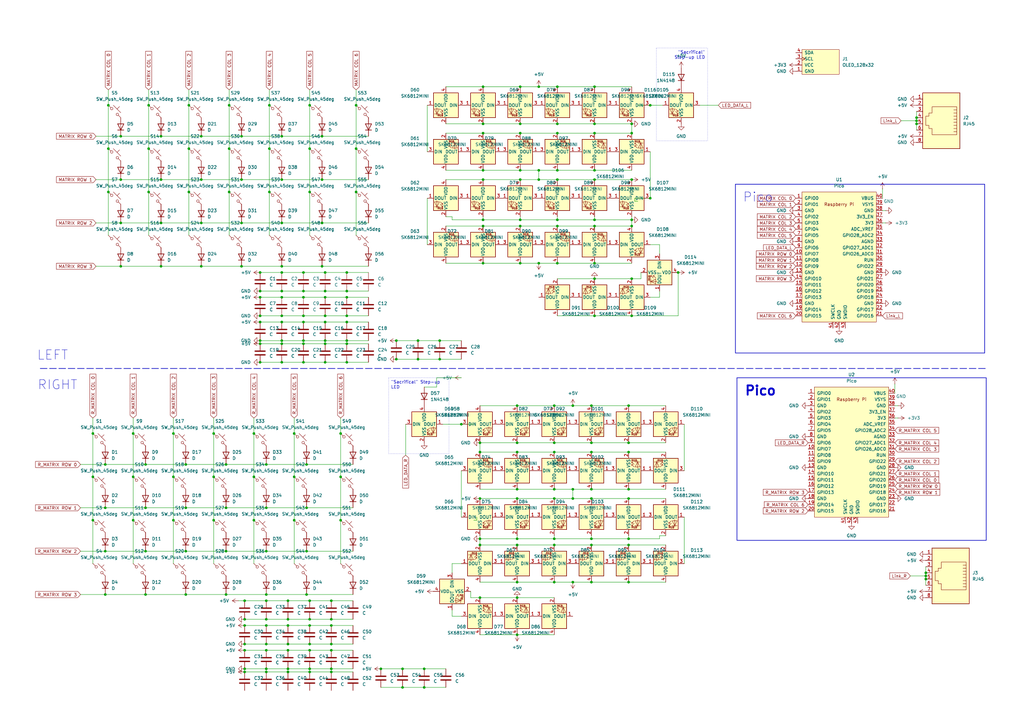
<source format=kicad_sch>
(kicad_sch (version 20231120) (generator "eeschema") (generator_version "8.0")
  (paper "A3")
  (junction (at 257.81 238.76))
  (junction (at 165.1 274.32))
  (junction (at 76.2 190.5))
  (junction (at 54.61 177.8))
  (junction (at 135.89 256.54))
  (junction (at 106.68 121.92))
  (junction (at 124.46 132.08))
  (junction (at 100.33 254))
  (junction (at 100.33 246.38))
  (junction (at 124.46 121.92))
  (junction (at 228.6 73.66))
  (junction (at 257.81 220.98))
  (junction (at 118.11 256.54))
  (junction (at 228.6 69.85))
  (junction (at 125.73 190.5))
  (junction (at 100.33 275.59))
  (junction (at 198.12 35.56))
  (junction (at 165.1 281.94))
  (junction (at 99.06 109.22))
  (junction (at 259.08 92.71))
  (junction (at 259.08 50.8))
  (junction (at 120.65 195.58))
  (junction (at 171.45 139.7))
  (junction (at 243.84 35.56))
  (junction (at 242.57 166.37))
  (junction (at 242.57 204.47))
  (junction (at 266.7 43.18))
  (junction (at 77.47 43.18))
  (junction (at 198.12 107.95))
  (junction (at 259.08 129.54))
  (junction (at 234.95 204.47))
  (junction (at 118.11 266.7))
  (junction (at 198.12 54.61))
  (junction (at 59.69 226.06))
  (junction (at 212.09 204.47))
  (junction (at 379.73 237.49))
  (junction (at 100.33 274.32))
  (junction (at 133.35 132.08))
  (junction (at 115.57 55.88))
  (junction (at 120.65 177.8))
  (junction (at 109.22 226.06))
  (junction (at 227.33 166.37))
  (junction (at 92.71 208.28))
  (junction (at 109.22 266.7))
  (junction (at 212.09 185.42))
  (junction (at 142.24 140.97))
  (junction (at 212.09 166.37))
  (junction (at 132.08 73.66))
  (junction (at 257.81 166.37))
  (junction (at 127 275.59))
  (junction (at 77.47 78.74))
  (junction (at 228.6 92.71))
  (junction (at 59.69 190.5))
  (junction (at 132.08 109.22))
  (junction (at 118.11 246.38))
  (junction (at 82.55 109.22))
  (junction (at 213.36 50.8))
  (junction (at 259.08 73.66))
  (junction (at 93.98 43.18))
  (junction (at 127 60.96))
  (junction (at 115.57 132.08))
  (junction (at 196.85 185.42))
  (junction (at 44.45 78.74))
  (junction (at 66.04 73.66))
  (junction (at 125.73 226.06))
  (junction (at 106.68 119.38))
  (junction (at 110.49 78.74))
  (junction (at 127 254))
  (junction (at 243.84 54.61))
  (junction (at 257.81 223.52))
  (junction (at 124.46 140.97))
  (junction (at 118.11 254))
  (junction (at 162.56 139.7))
  (junction (at 242.57 223.52))
  (junction (at 213.36 90.17))
  (junction (at 146.05 60.96))
  (junction (at 127 256.54))
  (junction (at 259.08 114.3))
  (junction (at 115.57 73.66))
  (junction (at 133.35 129.54))
  (junction (at 196.85 220.98))
  (junction (at 87.63 177.8))
  (junction (at 198.12 69.85))
  (junction (at 228.6 35.56))
  (junction (at 99.06 55.88))
  (junction (at 135.89 246.38))
  (junction (at 110.49 43.18))
  (junction (at 109.22 208.28))
  (junction (at 259.08 54.61))
  (junction (at 213.36 107.95))
  (junction (at 220.98 107.95))
  (junction (at 118.11 274.32))
  (junction (at 60.96 60.96))
  (junction (at 242.57 181.61))
  (junction (at 44.45 43.18))
  (junction (at 142.24 129.54))
  (junction (at 234.95 166.37))
  (junction (at 257.81 200.66))
  (junction (at 115.57 91.44))
  (junction (at 60.96 78.74))
  (junction (at 43.18 190.5))
  (junction (at 109.22 254))
  (junction (at 142.24 111.76))
  (junction (at 243.84 129.54))
  (junction (at 115.57 111.76))
  (junction (at 54.61 213.36))
  (junction (at 146.05 43.18))
  (junction (at 227.33 238.76))
  (junction (at 82.55 55.88))
  (junction (at 227.33 204.47))
  (junction (at 104.14 195.58))
  (junction (at 180.34 147.32))
  (junction (at 100.33 266.7))
  (junction (at 259.08 90.17))
  (junction (at 115.57 109.22))
  (junction (at 375.92 48.26))
  (junction (at 227.33 185.42))
  (junction (at 198.12 90.17))
  (junction (at 109.22 190.5))
  (junction (at 243.84 90.17))
  (junction (at 49.53 91.44))
  (junction (at 87.63 195.58))
  (junction (at 76.2 208.28))
  (junction (at 87.63 213.36))
  (junction (at 212.09 181.61))
  (junction (at 142.24 139.7))
  (junction (at 379.73 234.95))
  (junction (at 135.89 266.7))
  (junction (at 59.69 208.28))
  (junction (at 212.09 223.52))
  (junction (at 115.57 148.59))
  (junction (at 243.84 92.71))
  (junction (at 38.1 195.58))
  (junction (at 139.7 195.58))
  (junction (at 43.18 243.84))
  (junction (at 142.24 132.08))
  (junction (at 242.57 238.76))
  (junction (at 135.89 264.16))
  (junction (at 54.61 195.58))
  (junction (at 49.53 73.66))
  (junction (at 220.98 69.85))
  (junction (at 196.85 223.52))
  (junction (at 133.35 148.59))
  (junction (at 189.23 173.99))
  (junction (at 100.33 264.16))
  (junction (at 71.12 195.58))
  (junction (at 266.7 81.28))
  (junction (at 124.46 148.59))
  (junction (at 242.57 220.98))
  (junction (at 106.68 111.76))
  (junction (at 109.22 274.32))
  (junction (at 76.2 243.84))
  (junction (at 132.08 91.44))
  (junction (at 243.84 69.85))
  (junction (at 243.84 114.3))
  (junction (at 139.7 213.36))
  (junction (at 109.22 275.59))
  (junction (at 49.53 55.88))
  (junction (at 127 78.74))
  (junction (at 243.84 73.66))
  (junction (at 60.96 43.18))
  (junction (at 196.85 181.61))
  (junction (at 118.11 275.59))
  (junction (at 124.46 139.7))
  (junction (at 93.98 78.74))
  (junction (at 92.71 226.06))
  (junction (at 100.33 256.54))
  (junction (at 257.81 185.42))
  (junction (at 109.22 243.84))
  (junction (at 257.81 181.61))
  (junction (at 124.46 129.54))
  (junction (at 66.04 109.22))
  (junction (at 118.11 264.16))
  (junction (at 213.36 92.71))
  (junction (at 77.47 60.96))
  (junction (at 92.71 243.84))
  (junction (at 173.99 281.94))
  (junction (at 375.92 49.53))
  (junction (at 142.24 119.38))
  (junction (at 227.33 200.66))
  (junction (at 43.18 208.28))
  (junction (at 213.36 69.85))
  (junction (at 228.6 50.8))
  (junction (at 124.46 119.38))
  (junction (at 106.68 132.08))
  (junction (at 71.12 213.36))
  (junction (at 212.09 260.35))
  (junction (at 124.46 111.76))
  (junction (at 127 43.18))
  (junction (at 220.98 73.66))
  (junction (at 66.04 55.88))
  (junction (at 228.6 107.95))
  (junction (at 142.24 148.59))
  (junction (at 99.06 73.66))
  (junction (at 49.53 109.22))
  (junction (at 212.09 238.76))
  (junction (at 127 274.32))
  (junction (at 66.04 91.44))
  (junction (at 133.35 119.38))
  (junction (at 104.14 177.8))
  (junction (at 133.35 140.97))
  (junction (at 109.22 264.16))
  (junction (at 228.6 90.17))
  (junction (at 379.73 236.22))
  (junction (at 156.21 274.32))
  (junction (at 132.08 55.88))
  (junction (at 139.7 177.8))
  (junction (at 242.57 185.42))
  (junction (at 109.22 256.54))
  (junction (at 76.2 226.06))
  (junction (at 115.57 119.38))
  (junction (at 92.71 190.5))
  (junction (at 110.49 60.96))
  (junction (at 135.89 254))
  (junction (at 212.09 245.11))
  (junction (at 227.33 220.98))
  (junction (at 44.45 60.96))
  (junction (at 213.36 35.56))
  (junction (at 127 266.7))
  (junction (at 125.73 208.28))
  (junction (at 106.68 148.59))
  (junction (at 133.35 139.7))
  (junction (at 196.85 204.47))
  (junction (at 120.65 213.36))
  (junction (at 213.36 73.66))
  (junction (at 162.56 147.32))
  (junction (at 115.57 121.92))
  (junction (at 227.33 223.52))
  (junction (at 127 246.38))
  (junction (at 198.12 73.66))
  (junction (at 227.33 181.61))
  (junction (at 242.57 200.66))
  (junction (at 135.89 275.59))
  (junction (at 228.6 54.61))
  (junction (at 106.68 140.97))
  (junction (at 257.81 204.47))
  (junction (at 278.13 111.76))
  (junction (at 212.09 200.66))
  (junction (at 38.1 177.8))
  (junction (at 375.92 50.8))
  (junction (at 212.09 220.98))
  (junction (at 196.85 245.11))
  (junction (at 133.35 111.76))
  (junction (at 146.05 78.74))
  (junction (at 106.68 139.7))
  (junction (at 106.68 129.54))
  (junction (at 115.57 139.7))
  (junction (at 243.84 50.8))
  (junction (at 213.36 54.61))
  (junction (at 115.57 129.54))
  (junction (at 93.98 60.96))
  (junction (at 234.95 200.66))
  (junction (at 38.1 213.36))
  (junction (at 133.35 121.92))
  (junction (at 82.55 73.66))
  (junction (at 127 264.16))
  (junction (at 43.18 226.06))
  (junction (at 234.95 238.76))
  (junction (at 99.06 91.44))
  (junction (at 135.89 274.32))
  (junction (at 243.84 107.95))
  (junction (at 198.12 50.8))
  (junction (at 198.12 92.71))
  (junction (at 109.22 246.38))
  (junction (at 173.99 274.32))
  (junction (at 82.55 91.44))
  (junction (at 171.45 147.32))
  (junction (at 180.34 139.7))
  (junction (at 104.14 213.36))
  (junction (at 142.24 121.92))
  (junction (at 59.69 243.84))
  (junction (at 115.57 140.97))
  (junction (at 125.73 243.84))
  (junction (at 71.12 177.8))
  (junction (at 220.98 35.56))
  (wire (pts (xy 182.88 54.61) (xy 198.12 54.61)))
  (wire (pts (xy 257.81 204.47) (xy 242.57 204.47)))
  (wire (pts (xy 99.06 73.66) (xy 115.57 73.66)))
  (wire (pts (xy 156.21 281.94) (xy 165.1 281.94)))
  (wire (pts (xy 43.18 243.84) (xy 59.69 243.84)))
  (wire (pts (xy 273.05 181.61) (xy 257.81 181.61)))
  (wire (pts (xy 228.6 54.61) (xy 243.84 54.61)))
  (wire (pts (xy 260.35 82.55) (xy 261.62 82.55)))
  (wire (pts (xy 109.22 246.38) (xy 118.11 246.38)))
  (wire (pts (xy 257.81 220.98) (xy 242.57 220.98)))
  (wire (pts (xy 212.09 200.66) (xy 227.33 200.66)))
  (wire (pts (xy 242.57 223.52) (xy 227.33 223.52)))
  (wire (pts (xy 242.57 219.71) (xy 242.57 220.98)))
  (wire (pts (xy 375.92 45.72) (xy 375.92 48.26)))
  (wire (pts (xy 228.6 90.17) (xy 243.84 90.17)))
  (wire (pts (xy 212.09 260.35) (xy 227.33 260.35)))
  (wire (pts (xy 171.45 139.7) (xy 180.34 139.7)))
  (wire (pts (xy 198.12 88.9) (xy 198.12 90.17)))
  (wire (pts (xy 212.09 166.37) (xy 196.85 166.37)))
  (wire (pts (xy 106.68 148.59) (xy 115.57 148.59)))
  (wire (pts (xy 379.73 236.22) (xy 379.73 237.49)))
  (wire (pts (xy 228.6 50.8) (xy 243.84 50.8)))
  (wire (pts (xy 234.95 200.66) (xy 227.33 200.66)))
  (wire (pts (xy 93.98 36.83) (xy 93.98 43.18)))
  (wire (pts (xy 44.45 36.83) (xy 44.45 43.18)))
  (wire (pts (xy 379.73 234.95) (xy 379.73 236.22)))
  (wire (pts (xy 162.56 139.7) (xy 171.45 139.7)))
  (wire (pts (xy 124.46 129.54) (xy 133.35 129.54)))
  (wire (pts (xy 60.96 78.74) (xy 60.96 96.52)))
  (wire (pts (xy 44.45 43.18) (xy 44.45 60.96)))
  (wire (pts (xy 115.57 129.54) (xy 124.46 129.54)))
  (wire (pts (xy 59.69 243.84) (xy 76.2 243.84)))
  (wire (pts (xy 375.92 50.8) (xy 375.92 53.34)))
  (wire (pts (xy 106.68 111.76) (xy 115.57 111.76)))
  (wire (pts (xy 133.35 132.08) (xy 142.24 132.08)))
  (wire (pts (xy 234.95 166.37) (xy 227.33 166.37)))
  (wire (pts (xy 198.12 73.66) (xy 213.36 73.66)))
  (wire (pts (xy 66.04 73.66) (xy 82.55 73.66)))
  (wire (pts (xy 118.11 266.7) (xy 127 266.7)))
  (wire (pts (xy 361.95 86.36) (xy 363.22 86.36)))
  (wire (pts (xy 273.05 223.52) (xy 257.81 223.52)))
  (wire (pts (xy 227.33 238.76) (xy 212.09 238.76)))
  (wire (pts (xy 243.84 114.3) (xy 259.08 114.3)))
  (wire (pts (xy 242.57 166.37) (xy 234.95 166.37)))
  (wire (pts (xy 82.55 91.44) (xy 99.06 91.44)))
  (wire (pts (xy 124.46 148.59) (xy 133.35 148.59)))
  (wire (pts (xy 189.23 173.99) (xy 194.31 173.99)))
  (wire (pts (xy 77.47 43.18) (xy 77.47 60.96)))
  (wire (pts (xy 165.1 281.94) (xy 173.99 281.94)))
  (wire (pts (xy 109.22 190.5) (xy 125.73 190.5)))
  (wire (pts (xy 82.55 55.88) (xy 99.06 55.88)))
  (wire (pts (xy 227.33 223.52) (xy 227.33 224.79)))
  (wire (pts (xy 127 275.59) (xy 135.89 275.59)))
  (wire (pts (xy 196.85 260.35) (xy 212.09 260.35)))
  (wire (pts (xy 373.38 236.22) (xy 379.73 236.22)))
  (wire (pts (xy 43.18 208.28) (xy 59.69 208.28)))
  (wire (pts (xy 228.6 129.54) (xy 243.84 129.54)))
  (wire (pts (xy 185.42 88.9) (xy 185.42 90.17)))
  (wire (pts (xy 87.63 195.58) (xy 87.63 213.36)))
  (wire (pts (xy 71.12 213.36) (xy 71.12 231.14)))
  (wire (pts (xy 82.55 73.66) (xy 99.06 73.66)))
  (wire (pts (xy 109.22 226.06) (xy 125.73 226.06)))
  (wire (pts (xy 266.7 43.18) (xy 261.62 43.18)))
  (wire (pts (xy 125.73 243.84) (xy 144.78 243.84)))
  (wire (pts (xy 227.33 185.42) (xy 242.57 185.42)))
  (wire (pts (xy 77.47 78.74) (xy 77.47 96.52)))
  (wire (pts (xy 125.73 208.28) (xy 144.78 208.28)))
  (wire (pts (xy 195.58 212.09) (xy 195.58 213.36)))
  (wire (pts (xy 196.85 245.11) (xy 193.04 245.11)))
  (wire (pts (xy 43.18 226.06) (xy 59.69 226.06)))
  (wire (pts (xy 257.81 166.37) (xy 242.57 166.37)))
  (wire (pts (xy 109.22 275.59) (xy 118.11 275.59)))
  (wire (pts (xy 127 36.83) (xy 127 43.18)))
  (wire (pts (xy 139.7 171.45) (xy 139.7 177.8)))
  (wire (pts (xy 213.36 50.8) (xy 228.6 50.8)))
  (wire (pts (xy 127 256.54) (xy 135.89 256.54)))
  (wire (pts (xy 100.33 246.38) (xy 109.22 246.38)))
  (wire (pts (xy 369.57 49.53) (xy 375.92 49.53)))
  (wire (pts (xy 44.45 60.96) (xy 44.45 78.74)))
  (wire (pts (xy 173.99 281.94) (xy 182.88 281.94)))
  (wire (pts (xy 213.36 90.17) (xy 228.6 90.17)))
  (wire (pts (xy 212.09 238.76) (xy 196.85 238.76)))
  (wire (pts (xy 133.35 139.7) (xy 142.24 139.7)))
  (wire (pts (xy 243.84 35.56) (xy 259.08 35.56)))
  (wire (pts (xy 273.05 200.66) (xy 257.81 200.66)))
  (wire (pts (xy 259.08 129.54) (xy 278.13 129.54)))
  (wire (pts (xy 185.42 252.73) (xy 189.23 252.73)))
  (wire (pts (xy 220.98 73.66) (xy 228.6 73.66)))
  (wire (pts (xy 104.14 171.45) (xy 104.14 177.8)))
  (wire (pts (xy 213.36 73.66) (xy 220.98 73.66)))
  (wire (pts (xy 257.81 223.52) (xy 257.81 224.79)))
  (wire (pts (xy 196.85 181.61) (xy 196.85 185.42)))
  (wire (pts (xy 182.88 73.66) (xy 198.12 73.66)))
  (wire (pts (xy 66.04 55.88) (xy 82.55 55.88)))
  (wire (pts (xy 87.63 213.36) (xy 87.63 231.14)))
  (wire (pts (xy 93.98 43.18) (xy 93.98 60.96)))
  (wire (pts (xy 33.02 208.28) (xy 43.18 208.28)))
  (wire (pts (xy 198.12 107.95) (xy 213.36 107.95)))
  (wire (pts (xy 109.22 256.54) (xy 118.11 256.54)))
  (wire (pts (xy 243.84 90.17) (xy 259.08 90.17)))
  (wire (pts (xy 270.51 100.33) (xy 270.51 104.14)))
  (wire (pts (xy 212.09 220.98) (xy 196.85 220.98)))
  (wire (pts (xy 220.98 35.56) (xy 228.6 35.56)))
  (wire (pts (xy 273.05 238.76) (xy 257.81 238.76)))
  (wire (pts (xy 368.3 166.37) (xy 367.03 166.37)))
  (wire (pts (xy 280.67 212.09) (xy 280.67 231.14)))
  (wire (pts (xy 49.53 91.44) (xy 66.04 91.44)))
  (wire (pts (xy 99.06 55.88) (xy 115.57 55.88)))
  (wire (pts (xy 243.84 92.71) (xy 243.84 93.98)))
  (wire (pts (xy 220.98 69.85) (xy 220.98 73.66)))
  (wire (pts (xy 125.73 190.5) (xy 144.78 190.5)))
  (wire (pts (xy 115.57 111.76) (xy 124.46 111.76)))
  (wire (pts (xy 39.37 55.88) (xy 49.53 55.88)))
  (wire (pts (xy 212.09 245.11) (xy 196.85 245.11)))
  (polyline (pts (xy 16.51 151.13) (xy 404.495 151.13)) (stroke (width 0.254) (type dash)))
  (wire (pts (xy 133.35 148.59) (xy 142.24 148.59)))
  (wire (pts (xy 142.24 121.92) (xy 151.13 121.92)))
  (wire (pts (xy 142.24 139.7) (xy 151.13 139.7)))
  (wire (pts (xy 82.55 109.22) (xy 99.06 109.22)))
  (wire (pts (xy 100.33 274.32) (xy 109.22 274.32)))
  (wire (pts (xy 243.84 54.61) (xy 259.08 54.61)))
  (wire (pts (xy 146.05 43.18) (xy 146.05 60.96)))
  (wire (pts (xy 118.11 256.54) (xy 127 256.54)))
  (wire (pts (xy 142.24 129.54) (xy 151.13 129.54)))
  (wire (pts (xy 213.36 92.71) (xy 228.6 92.71)))
  (wire (pts (xy 120.65 171.45) (xy 120.65 177.8)))
  (wire (pts (xy 270.51 119.38) (xy 270.51 121.92)))
  (wire (pts (xy 228.6 35.56) (xy 243.84 35.56)))
  (wire (pts (xy 139.7 177.8) (xy 139.7 195.58)))
  (wire (pts (xy 124.46 111.76) (xy 133.35 111.76)))
  (wire (pts (xy 60.96 43.18) (xy 60.96 60.96)))
  (wire (pts (xy 71.12 177.8) (xy 71.12 195.58)))
  (wire (pts (xy 198.12 54.61) (xy 213.36 54.61)))
  (wire (pts (xy 100.33 256.54) (xy 109.22 256.54)))
  (wire (pts (xy 227.33 220.98) (xy 212.09 220.98)))
  (wire (pts (xy 33.02 226.06) (xy 43.18 226.06)))
  (wire (pts (xy 146.05 36.83) (xy 146.05 43.18)))
  (wire (pts (xy 100.33 264.16) (xy 109.22 264.16)))
  (wire (pts (xy 115.57 139.7) (xy 124.46 139.7)))
  (wire (pts (xy 257.81 219.71) (xy 257.81 220.98)))
  (wire (pts (xy 118.11 264.16) (xy 127 264.16)))
  (wire (pts (xy 100.33 266.7) (xy 109.22 266.7)))
  (wire (pts (xy 196.85 220.98) (xy 196.85 223.52)))
  (wire (pts (xy 139.7 195.58) (xy 139.7 213.36)))
  (wire (pts (xy 257.81 185.42) (xy 273.05 185.42)))
  (wire (pts (xy 259.08 88.9) (xy 259.08 90.17)))
  (wire (pts (xy 120.65 213.36) (xy 120.65 231.14)))
  (wire (pts (xy 109.22 243.84) (xy 125.73 243.84)))
  (wire (pts (xy 198.12 69.85) (xy 213.36 69.85)))
  (wire (pts (xy 180.34 139.7) (xy 189.23 139.7)))
  (wire (pts (xy 228.6 88.9) (xy 228.6 90.17)))
  (wire (pts (xy 227.33 166.37) (xy 212.09 166.37)))
  (wire (pts (xy 228.6 107.95) (xy 243.84 107.95)))
  (wire (pts (xy 156.21 274.32) (xy 165.1 274.32)))
  (wire (pts (xy 118.11 246.38) (xy 127 246.38)))
  (wire (pts (xy 115.57 140.97) (xy 124.46 140.97)))
  (wire (pts (xy 142.24 140.97) (xy 151.13 140.97)))
  (wire (pts (xy 59.69 226.06) (xy 76.2 226.06)))
  (wire (pts (xy 270.51 219.71) (xy 270.51 220.98)))
  (wire (pts (xy 124.46 121.92) (xy 133.35 121.92)))
  (wire (pts (xy 212.09 219.71) (xy 212.09 220.98)))
  (wire (pts (xy 185.42 250.19) (xy 185.42 252.73)))
  (wire (pts (xy 118.11 254) (xy 127 254)))
  (wire (pts (xy 54.61 213.36) (xy 54.61 231.14)))
  (wire (pts (xy 115.57 132.08) (xy 124.46 132.08)))
  (wire (pts (xy 59.69 208.28) (xy 76.2 208.28)))
  (wire (pts (xy 133.35 121.92) (xy 142.24 121.92)))
  (wire (pts (xy 198.12 35.56) (xy 213.36 35.56)))
  (wire (pts (xy 228.6 114.3) (xy 243.84 114.3)))
  (wire (pts (xy 115.57 91.44) (xy 132.08 91.44)))
  (wire (pts (xy 60.96 36.83) (xy 60.96 43.18)))
  (wire (pts (xy 87.63 171.45) (xy 87.63 177.8)))
  (wire (pts (xy 87.63 177.8) (xy 87.63 195.58)))
  (wire (pts (xy 195.58 213.36) (xy 194.31 213.36)))
  (wire (pts (xy 54.61 177.8) (xy 54.61 195.58)))
  (wire (pts (xy 266.7 62.23) (xy 266.7 81.28)))
  (wire (pts (xy 93.98 78.74) (xy 93.98 96.52)))
  (wire (pts (xy 133.35 119.38) (xy 142.24 119.38)))
  (wire (pts (xy 175.26 81.28) (xy 175.26 100.33)))
  (wire (pts (xy 146.05 60.96) (xy 146.05 78.74)))
  (wire (pts (xy 212.09 204.47) (xy 196.85 204.47)))
  (wire (pts (xy 106.68 119.38) (xy 115.57 119.38)))
  (wire (pts (xy 135.89 246.38) (xy 144.78 246.38)))
  (wire (pts (xy 127 266.7) (xy 135.89 266.7)))
  (wire (pts (xy 49.53 109.22) (xy 66.04 109.22)))
  (wire (pts (xy 259.08 50.8) (xy 259.08 54.61)))
  (wire (pts (xy 106.68 140.97) (xy 115.57 140.97)))
  (wire (pts (xy 99.06 109.22) (xy 115.57 109.22)))
  (wire (pts (xy 213.36 107.95) (xy 220.98 107.95)))
  (wire (pts (xy 220.98 107.95) (xy 228.6 107.95)))
  (wire (pts (xy 198.12 50.8) (xy 213.36 50.8)))
  (wire (pts (xy 180.34 147.32) (xy 189.23 147.32)))
  (wire (pts (xy 280.67 173.99) (xy 280.67 193.04)))
  (wire (pts (xy 243.84 129.54) (xy 259.08 129.54)))
  (wire (pts (xy 212.09 181.61) (xy 196.85 181.61)))
  (wire (pts (xy 243.84 50.8) (xy 259.08 50.8)))
  (wire (pts (xy 228.6 92.71) (xy 228.6 93.98)))
  (wire (pts (xy 228.6 73.66) (xy 243.84 73.66)))
  (wire (pts (xy 54.61 195.58) (xy 54.61 213.36)))
  (wire (pts (xy 278.13 129.54) (xy 278.13 111.76)))
  (wire (pts (xy 182.88 92.71) (xy 198.12 92.71)))
  (wire (pts (xy 132.08 109.22) (xy 151.13 109.22)))
  (wire (pts (xy 109.22 208.28) (xy 125.73 208.28)))
  (wire (pts (xy 142.24 111.76) (xy 151.13 111.76)))
  (wire (pts (xy 227.33 219.71) (xy 227.33 220.98)))
  (wire (pts (xy 115.57 109.22) (xy 132.08 109.22)))
  (wire (pts (xy 109.22 264.16) (xy 118.11 264.16)))
  (wire (pts (xy 77.47 36.83) (xy 77.47 43.18)))
  (wire (pts (xy 106.68 132.08) (xy 115.57 132.08)))
  (wire (pts (xy 132.08 55.88) (xy 151.13 55.88)))
  (wire (pts (xy 228.6 92.71) (xy 243.84 92.71)))
  (wire (pts (xy 162.56 147.32) (xy 171.45 147.32)))
  (wire (pts (xy 115.57 55.88) (xy 132.08 55.88)))
  (wire (pts (xy 367.03 157.48) (xy 367.03 161.29)))
  (wire (pts (xy 110.49 36.83) (xy 110.49 43.18)))
  (wire (pts (xy 212.09 185.42) (xy 227.33 185.42)))
  (wire (pts (xy 92.71 243.84) (xy 109.22 243.84)))
  (wire (pts (xy 135.89 275.59) (xy 144.78 275.59)))
  (wire (pts (xy 212.09 223.52) (xy 212.09 224.79)))
  (wire (pts (xy 227.33 223.52) (xy 212.09 223.52)))
  (wire (pts (xy 182.88 35.56) (xy 198.12 35.56)))
  (wire (pts (xy 127 254) (xy 135.89 254)))
  (wire (pts (xy 243.84 92.71) (xy 259.08 92.71)))
  (wire (pts (xy 109.22 274.32) (xy 118.11 274.32)))
  (wire (pts (xy 106.68 139.7) (xy 115.57 139.7)))
  (wire (pts (xy 182.88 50.8) (xy 198.12 50.8)))
  (wire (pts (xy 120.65 195.58) (xy 120.65 213.36)))
  (wire (pts (xy 220.98 69.85) (xy 228.6 69.85)))
  (wire (pts (xy 135.89 254) (xy 144.78 254)))
  (wire (pts (xy 271.78 43.18) (xy 266.7 43.18)))
  (wire (pts (xy 273.05 204.47) (xy 257.81 204.47)))
  (wire (pts (xy 260.35 81.28) (xy 260.35 82.55)))
  (wire (pts (xy 92.71 190.5) (xy 109.22 190.5)))
  (wire (pts (xy 181.61 173.99) (xy 189.23 173.99)))
  (wire (pts (xy 33.02 190.5) (xy 43.18 190.5)))
  (wire (pts (xy 198.12 92.71) (xy 198.12 93.98)))
  (wire (pts (xy 132.08 73.66) (xy 151.13 73.66)))
  (wire (pts (xy 104.14 195.58) (xy 104.14 213.36)))
  (wire (pts (xy 124.46 132.08) (xy 133.35 132.08)))
  (wire (pts (xy 266.7 100.33) (xy 270.51 100.33)))
  (wire (pts (xy 124.46 119.38) (xy 133.35 119.38)))
  (wire (pts (xy 243.84 88.9) (xy 243.84 90.17)))
  (wire (pts (xy 361.95 77.47) (xy 361.95 81.28)))
  (wire (pts (xy 227.33 245.11) (xy 212.09 245.11)))
  (wire (pts (xy 242.57 185.42) (xy 257.81 185.42)))
  (wire (pts (xy 125.73 226.06) (xy 144.78 226.06)))
  (wire (pts (xy 127 60.96) (xy 127 78.74)))
  (wire (pts (xy 242.57 223.52) (xy 242.57 224.79)))
  (wire (pts (xy 185.42 231.14) (xy 189.23 231.14)))
  (wire (pts (xy 127 246.38) (xy 135.89 246.38)))
  (wire (pts (xy 234.95 200.66) (xy 234.95 204.47)))
  (wire (pts (xy 379.73 237.49) (xy 379.73 240.03)))
  (wire (pts (xy 66.04 109.22) (xy 82.55 109.22)))
  (wire (pts (xy 213.36 35.56) (xy 220.98 35.56)))
  (wire (pts (xy 109.22 254) (xy 118.11 254)))
  (wire (pts (xy 71.12 195.58) (xy 71.12 213.36)))
  (wire (pts (xy 189.23 193.04) (xy 189.23 212.09)))
  (wire (pts (xy 110.49 78.74) (xy 110.49 96.52)))
  (wire (pts (xy 242.57 204.47) (xy 234.95 204.47)))
  (wire (pts (xy 106.68 121.92) (xy 115.57 121.92)))
  (wire (pts (xy 182.88 88.9) (xy 185.42 88.9)))
  (wire (pts (xy 185.42 234.95) (xy 185.42 231.14)))
  (wire (pts (xy 44.45 78.74) (xy 44.45 96.52)))
  (wire (pts (xy 182.88 107.95) (xy 198.12 107.95)))
  (wire (pts (xy 135.89 256.54) (xy 144.78 256.54)))
  (wire (pts (xy 33.02 243.84) (xy 43.18 243.84)))
  (wire (pts (xy 379.73 232.41) (xy 379.73 234.95)))
  (wire (pts (xy 133.35 129.54) (xy 142.24 129.54)))
  (wire (pts (xy 243.84 73.66) (xy 259.08 73.66)))
  (wire (pts (xy 77.47 60.96) (xy 77.47 78.74)))
  (wire (pts (xy 99.06 91.44) (xy 115.57 91.44)))
  (wire (pts (xy 196.85 219.71) (xy 196.85 220.98)))
  (wire (pts (xy 213.36 92.71) (xy 213.36 93.98)))
  (wire (pts (xy 257.81 238.76) (xy 242.57 238.76)))
  (wire (pts (xy 213.36 88.9) (xy 213.36 90.17)))
  (wire (pts (xy 294.64 43.18) (xy 287.02 43.18)))
  (wire (pts (xy 127 43.18) (xy 127 60.96)))
  (wire (pts (xy 66.04 91.44) (xy 82.55 91.44)))
  (wire (pts (xy 193.04 245.11) (xy 193.04 242.57)))
  (wire (pts (xy 242.57 200.66) (xy 257.81 200.66)))
  (wire (pts (xy 100.33 275.59) (xy 109.22 275.59)))
  (wire (pts (xy 76.2 190.5) (xy 92.71 190.5)))
  (wire (pts (xy 262.89 114.3) (xy 262.89 111.76)))
  (wire (pts (xy 182.88 69.85) (xy 198.12 69.85)))
  (wire (pts (xy 367.03 171.45) (xy 368.3 171.45)))
  (wire (pts (xy 242.57 238.76) (xy 234.95 238.76)))
  (wire (pts (xy 100.33 254) (xy 109.22 254)))
  (wire (pts (xy 142.24 148.59) (xy 151.13 148.59)))
  (wire (pts (xy 132.08 91.44) (xy 151.13 91.44)))
  (wire (pts (xy 259.08 90.17) (xy 259.08 92.71)))
  (wire (pts (xy 273.05 219.71) (xy 270.51 219.71)))
  (wire (pts (xy 257.81 223.52) (xy 242.57 223.52)))
  (wire (pts (xy 196.85 185.42) (xy 212.09 185.42)))
  (wire (pts (xy 118.11 274.32) (xy 127 274.32)))
  (wire (pts (xy 259.08 114.3) (xy 262.89 114.3)))
  (wire (pts (xy 76.2 226.06) (xy 92.71 226.06)))
  (wire (pts (xy 92.71 226.06) (xy 109.22 226.06)))
  (wire (pts (xy 43.18 190.5) (xy 59.69 190.5)))
  (wire (pts (xy 179.07 158.75) (xy 179.07 154.94)))
  (wire (pts (xy 38.1 195.58) (xy 38.1 213.36)))
  (wire (pts (xy 375.92 48.26) (xy 375.92 49.53)))
  (wire (pts (xy 133.35 111.76) (xy 142.24 111.76)))
  (wire (pts (xy 104.14 213.36) (xy 104.14 231.14)))
  (wire (pts (xy 185.42 90.17) (xy 198.12 90.17)))
  (wire (pts (xy 127 264.16) (xy 135.89 264.16)))
  (wire (pts (xy 59.69 190.5) (xy 76.2 190.5)))
  (wire (pts (xy 142.24 132.08) (xy 151.13 132.08)))
  (wire (pts (xy 38.1 213.36) (xy 38.1 231.14)))
  (wire (pts (xy 198.12 90.17) (xy 213.36 90.17)))
  (wire (pts (xy 38.1 177.8) (xy 38.1 195.58)))
  (wire (pts (xy 76.2 243.84) (xy 92.71 243.84)))
  (wire (pts (xy 49.53 73.66) (xy 66.04 73.66)))
  (wire (pts (xy 273.05 166.37) (xy 257.81 166.37)))
  (wire (pts (xy 135.89 264.16) (xy 144.78 264.16)))
  (wire (pts (xy 179.07 154.94) (xy 189.23 154.94)))
  (wire (pts (xy 49.53 55.88) (xy 66.04 55.88)))
  (wire (pts (xy 115.57 119.38) (xy 124.46 119.38)))
  (wire (pts (xy 109.22 266.7) (xy 118.11 266.7)))
  (wire (pts (xy 127 78.74) (xy 127 96.52)))
  (wire (pts (xy 71.12 171.45) (xy 71.12 177.8)))
  (wire (pts (xy 361.95 91.44) (xy 363.22 91.44)))
  (wire (pts (xy 242.57 181.61) (xy 227.33 181.61)))
  (wire (pts (xy 270.51 121.92) (xy 266.7 121.92)))
  (wire (pts (xy 139.7 213.36) (xy 139.7 231.14)))
  (wire (pts (xy 234.95 204.47) (xy 227.33 204.47)))
  (wire (pts (xy 213.36 69.85) (xy 220.98 69.85)))
  (wire (pts (xy 39.37 91.44) (xy 49.53 91.44)))
  (wire (pts (xy 242.57 220.98) (xy 227.33 220.98)))
  (wire (pts (xy 110.49 60.96) (xy 110.49 78.74)))
  (wire (pts (xy 39.37 109.22) (xy 49.53 109.22)))
  (wire (pts (xy 171.45 147.32) (xy 180.34 147.32)))
  (wire (pts (xy 115.57 73.66) (xy 132.08 73.66)))
  (wire (pts (xy 76.2 208.28) (xy 92.71 208.28)))
  (wire (pts (xy 93.98 60.96) (xy 93.98 78.74)))
  (wire (pts (xy 92.71 208.28) (xy 109.22 208.28)))
  (wire (pts (xy 166.37 186.69) (xy 166.37 173.99)))
  (wire (pts (xy 135.89 274.32) (xy 144.78 274.32)))
  (wire (pts (xy 165.1 274.32) (xy 173.99 274.32)))
  (wire (pts (xy 228.6 69.85) (xy 243.84 69.85)))
  (wire (pts (xy 234.95 238.76) (xy 227.33 238.76)))
  (wire (pts (xy 213.36 54.61) (xy 228.6 54.61)))
  (wire (pts (xy 115.57 148.59) (xy 124.46 148.59)))
  (wire (pts (xy 212.09 223.52) (xy 196.85 223.52)))
  (wire (pts (xy 60.96 60.96) (xy 60.96 78.74)))
  (wire (pts (xy 196.85 200.66) (xy 212.09 200.66)))
  (wire (pts (xy 142.24 119.38) (xy 151.13 119.38)))
  (wire (pts (xy 227.33 204.47) (xy 212.09 204.47)))
  (wire (pts (xy 257.81 181.61) (xy 242.57 181.61)))
  (wire (pts (xy 227.33 181.61) (xy 212.09 181.61)))
  (wire (pts (xy 175.26 43.18) (xy 175.26 62.23)))
  (wire (pts (xy 173.99 158.75) (xy 179.07 158.75)))
  (wire (pts (xy 124.46 139.7) (xy 133.35 139.7)))
  (wire (pts (xy 198.12 92.71) (xy 213.36 92.71)))
  (wire (pts (xy 120.65 177.8) (xy 120.65 195.58)))
  (wire (pts (xy 375.92 49.53) (xy 375.92 50.8)))
  (wire (pts (xy 135.89 266.7) (xy 144.78 266.7)))
  (wire (pts (xy 146.05 78.74) (xy 146.05 96.52)))
  (wire (pts (xy 124.46 140.97) (xy 133.35 140.97)))
  (wire (pts (xy 266.7 81.28) (xy 260.35 81.28)))
  (wire (pts (xy 100.33 246.38) (xy 97.79 246.38)))
  (wire (pts (xy 118.11 275.59) (xy 127 275.59)))
  (wire (pts (xy 270.51 220.98) (xy 257.81 220.98)))
  (wire (pts (xy 106.68 129.54) (xy 115.57 129.54)))
  (wire (pts (xy 115.57 121.92) (xy 124.46 121.92)))
  (wire (pts (xy 133.35 140.97) (xy 142.24 140.97)))
  (wire (pts (xy 127 274.32) (xy 135.89 274.32)))
  (wire (pts (xy 39.37 73.66) (xy 49.53 73.66)))
  (wire (pts (xy 234.95 200.66) (xy 242.57 200.66)))
  (wire (pts (xy 54.61 171.45) (xy 54.61 177.8)))
  (wire (pts (xy 110.49 43.18) (xy 110.49 60.96)))
  (wire (pts (xy 243.84 69.85) (xy 259.08 69.85)))
  (wire (pts (xy 104.14 177.8) (xy 104.14 195.58)))
  (wire (pts (xy 243.84 107.95) (xy 259.08 107.95)))
  (wire (pts (xy 173.99 274.32) (xy 182.88 274.32)))
  (wire (pts (xy 38.1 171.45) (xy 38.1 177.8)))
  (text_box "\"Sacrifical\" Step-up LED" (at 269.24 19.685 0) (size 20.955 38.1) (stroke (width 0) (type dot)) (effects (font (size 1.27 1.27)) (justify right top)))
  (text_box "Pico\n" (at 302.26 154.94 0) (size 102.235 66.675) (stroke (width 0.254)) (effects (font (size 3.81 3.81) (thickness 0.762) (bold yes)) (justify left top)))
  (text_box "\"Sacrifical\" Step-up LED" (at 159.385 154.94 0) (size 24.765 31.115) (stroke (width 0) (type dot)) (effects (font (size 1.27 1.27)) (justify left top)))
  (text_box "Pico\n" (at 301.625 75.565 0) (size 102.235 69.215) (stroke (width 0.254)) (effects (font (size 3.81 3.81)) (justify left top)))
  (text "RIGHT" (at 23.622 157.988 0) (effects (font (size 3.81 3.81))))
  (text "LEFT" (at 21.59 145.796 0) (effects (font (size 3.81 3.81))))
  (global_label "MATRIX COL 6" (shape input) (at 146.05 36.83 90) (property "Intersheetrefs" "${INTERSHEET_REFS}" (effects (hide yes))))
  (global_label "LED_DATA_R" (shape input) (at 166.37 186.69 270) (property "Intersheetrefs" "${INTERSHEET_REFS}" (effects (hide yes))))
  (global_label "MATRIX ROW 1" (shape input) (at 326.39 106.68 180) (property "Intersheetrefs" "${INTERSHEET_REFS}" (effects (hide yes))))
  (global_label "MATRIX COL 2" (shape input) (at 77.47 36.83 90) (property "Intersheetrefs" "${INTERSHEET_REFS}" (effects (hide yes))))
  (global_label "MATRIX COL 3" (shape input) (at 326.39 91.44 180) (property "Intersheetrefs" "${INTERSHEET_REFS}" (effects (hide yes))))
  (global_label "R_MATRIX COL 6" (shape input) (at 139.7 171.45 90) (property "Intersheetrefs" "${INTERSHEET_REFS}" (effects (hide yes))))
  (global_label "Link_R" (shape input) (at 373.38 236.22 180) (property "Intersheetrefs" "${INTERSHEET_REFS}" (effects (hide yes))))
  (global_label "MATRIX COL 1" (shape input) (at 326.39 83.82 180) (property "Intersheetrefs" "${INTERSHEET_REFS}" (effects (hide yes))))
  (global_label "MATRIX ROW 1" (shape input) (at 39.37 73.66 180) (property "Intersheetrefs" "${INTERSHEET_REFS}" (effects (hide yes))))
  (global_label "MATRIX COL 3" (shape input) (at 93.98 36.83 90) (property "Intersheetrefs" "${INTERSHEET_REFS}" (effects (hide yes))))
  (global_label "R_MATRIX ROW 3" (shape input) (at 331.47 201.93 180) (property "Intersheetrefs" "${INTERSHEET_REFS}" (effects (hide yes))))
  (global_label "MATRIX COL 0" (shape input) (at 326.39 81.28 180) (property "Intersheetrefs" "${INTERSHEET_REFS}" (effects (hide yes))))
  (global_label "MATRIX ROW 3" (shape input) (at 326.39 114.3 180) (property "Intersheetrefs" "${INTERSHEET_REFS}" (effects (hide yes))))
  (global_label "R_MATRIX ROW 0" (shape input) (at 367.03 199.39 0) (property "Intersheetrefs" "${INTERSHEET_REFS}" (effects (hide yes))))
  (global_label "R_MATRIX ROW 1" (shape input) (at 367.03 201.93 0) (property "Intersheetrefs" "${INTERSHEET_REFS}" (effects (hide yes))))
  (global_label "R_MATRIX COL 4" (shape input) (at 104.14 171.45 90) (property "Intersheetrefs" "${INTERSHEET_REFS}" (effects (hide yes))))
  (global_label "R_MATRIX COL 1" (shape input) (at 367.03 194.31 0) (property "Intersheetrefs" "${INTERSHEET_REFS}" (effects (hide yes))))
  (global_label "MATRIX COL 5" (shape input) (at 127 36.83 90) (property "Intersheetrefs" "${INTERSHEET_REFS}" (effects (hide yes))))
  (global_label "R_MATRIX COL 1" (shape input) (at 54.61 171.45 90) (property "Intersheetrefs" "${INTERSHEET_REFS}" (effects (hide yes))))
  (global_label "R_MATRIX ROW 0" (shape input) (at 33.02 190.5 180) (property "Intersheetrefs" "${INTERSHEET_REFS}" (effects (hide yes))))
  (global_label "R_MATRIX COL 0" (shape input) (at 367.03 196.85 0) (property "Intersheetrefs" "${INTERSHEET_REFS}" (effects (hide yes))))
  (global_label "R_MATRIX COL 5" (shape input) (at 367.03 176.53 0) (property "Intersheetrefs" "${INTERSHEET_REFS}" (effects (hide yes))))
  (global_label "R_MATRIX ROW 3" (shape input) (at 33.02 243.84 180) (property "Intersheetrefs" "${INTERSHEET_REFS}" (effects (hide yes))))
  (global_label "MATRIX COL 1" (shape input) (at 60.96 36.83 90) (property "Intersheetrefs" "${INTERSHEET_REFS}" (effects (hide yes))))
  (global_label "LED_DATA_R" (shape input) (at 331.47 181.61 180) (property "Intersheetrefs" "${INTERSHEET_REFS}" (effects (hide yes))))
  (global_label "R_MATRIX COL 5" (shape input) (at 120.65 171.45 90) (property "Intersheetrefs" "${INTERSHEET_REFS}" (effects (hide yes))))
  (global_label "MATRIX ROW 0" (shape input) (at 326.39 104.14 180) (property "Intersheetrefs" "${INTERSHEET_REFS}" (effects (hide yes))))
  (global_label "LED_DATA_L" (shape input) (at 294.64 43.18 0) (property "Intersheetrefs" "${INTERSHEET_REFS}" (effects (hide yes))))
  (global_label "R_MATRIX COL 3" (shape input) (at 367.03 184.15 0) (property "Intersheetrefs" "${INTERSHEET_REFS}" (effects (hide yes))))
  (global_label "Link_L" (shape input) (at 361.95 129.54 0) (property "Intersheetrefs" "${INTERSHEET_REFS}" (effects (hide yes))))
  (global_label "MATRIX COL 2" (shape input) (at 326.39 88.9 180) (property "Intersheetrefs" "${INTERSHEET_REFS}" (effects (hide yes))))
  (global_label "R_MATRIX COL 0" (shape input) (at 38.1 171.45 90) (property "Intersheetrefs" "${INTERSHEET_REFS}" (effects (hide yes))))
  (global_label "MATRIX COL 4" (shape input) (at 110.49 36.83 90) (property "Intersheetrefs" "${INTERSHEET_REFS}" (effects (hide yes))))
  (global_label "R_MATRIX ROW 2" (shape input) (at 331.47 209.55 180) (property "Intersheetrefs" "${INTERSHEET_REFS}" (effects (hide yes))))
  (global_label "R_MATRIX COL 3" (shape input) (at 87.63 171.45 90) (property "Intersheetrefs" "${INTERSHEET_REFS}" (effects (hide yes))))
  (global_label "MATRIX ROW 0" (shape input) (at 39.37 55.88 180) (property "Intersheetrefs" "${INTERSHEET_REFS}" (effects (hide yes))))
  (global_label "MATRIX ROW 3" (shape input) (at 39.37 109.22 180) (property "Intersheetrefs" "${INTERSHEET_REFS}" (effects (hide yes))))
  (global_label "MATRIX ROW 2" (shape input) (at 39.37 91.44 180) (property "Intersheetrefs" "${INTERSHEET_REFS}" (effects (hide yes))))
  (global_label "R_MATRIX COL 4" (shape input) (at 367.03 181.61 0) (property "Intersheetrefs" "${INTERSHEET_REFS}" (effects (hide yes))))
  (global_label "R_MATRIX COL 6" (shape input) (at 331.47 207.01 180) (property "Intersheetrefs" "${INTERSHEET_REFS}" (effects (hide yes))))
  (global_label "MATRIX COL 5" (shape input) (at 326.39 96.52 180) (property "Intersheetrefs" "${INTERSHEET_REFS}" (effects (hide yes))))
  (global_label "MATRIX COL 0" (shape input) (at 44.45 36.83 90) (property "Intersheetrefs" "${INTERSHEET_REFS}" (effects (hide yes))))
  (global_label "R_MATRIX COL 2" (shape input) (at 71.12 171.45 90) (property "Intersheetrefs" "${INTERSHEET_REFS}" (effects (hide yes))))
  (global_label "MATRIX ROW 2" (shape input) (at 326.39 109.22 180) (property "Intersheetrefs" "${INTERSHEET_REFS}" (effects (hide yes))))
  (global_label "R_MATRIX ROW 1" (shape input) (at 33.02 208.28 180) (property "Intersheetrefs" "${INTERSHEET_REFS}" (effects (hide yes))))
  (global_label "Link_L" (shape input) (at 369.57 49.53 180) (property "Intersheetrefs" "${INTERSHEET_REFS}" (effects (hide yes))))
  (global_label "MATRIX COL 4" (shape input) (at 326.39 93.98 180) (property "Intersheetrefs" "${INTERSHEET_REFS}" (effects (hide yes))))
  (global_label "R_MATRIX COL 2" (shape input) (at 367.03 189.23 0) (property "Intersheetrefs" "${INTERSHEET_REFS}" (effects (hide yes))))
  (global_label "LED_DATA_L" (shape input) (at 326.39 101.6 180) (property "Intersheetrefs" "${INTERSHEET_REFS}" (effects (hide yes))))
  (global_label "MATRIX COL 6" (shape input) (at 326.39 129.54 180) (property "Intersheetrefs" "${INTERSHEET_REFS}" (effects (hide yes))))
  (global_label "R_MATRIX ROW 2" (shape input) (at 33.02 226.06 180) (property "Intersheetrefs" "${INTERSHEET_REFS}" (effects (hide yes))))
  (symbol (lib_id "Switch:SW_Push_45deg") (at 113.03 99.06 0) (unit 1)
    (property "Reference" "S40" (at 113.03 91.44 0))
    (property "Value" "SW_Push_45deg" (at 113.03 93.98 0))
    (property "Footprint" "MX_Hotswap:MX-Hotswap-1U" (effects (hide yes)))
    (property "Description" "Push button switch, normally open, two pins, 45° tilted" (effects (hide yes)))
  )
  (symbol (lib_id "LED:SK6812MINI") (at 227.33 231.14 180) (unit 1)
    (property "Reference" "D85" (at 240.03 225.6438 0))
    (property "Value" "SK6812MINI" (at 240.03 228.1838 0))
    (property "Footprint" "cheyao:SK6812MINI-E" (effects (hide yes)))
    (property "Datasheet" "https://cdn-shop.adafruit.com/product-files/2686/SK6812MINI_REV.01-1-2.pdf" (effects (hide yes)))
    (property "Description" "RGB LED with integrated controller" (effects (hide yes)))
  )
  (symbol (lib_id "LED:SK6812MINI") (at 196.85 193.04 0) (mirror x) (unit 1)
    (property "Reference" "D65" (at 184.15 187.5438 0))
    (property "Value" "SK6812MINI" (at 184.15 190.0838 0))
    (property "Footprint" "cheyao:SK6812MINI-E" (effects (hide yes)))
    (property "Datasheet" "https://cdn-shop.adafruit.com/product-files/2686/SK6812MINI_REV.01-1-2.pdf" (effects (hide yes)))
    (property "Description" "RGB LED with integrated controller" (effects (hide yes)))
  )
  (symbol (lib_id "Device:D") (at 132.08 52.07 90) (unit 1)
    (property "Reference" "D45" (at 134.62 50.7999 90) (effects (justify right)))
    (property "Value" "D" (at 134.62 53.3399 90) (effects (justify right)))
    (property "Footprint" "Keebio:Diode" (effects (hide yes)))
    (property "Description" "Diode" (effects (hide yes)))
    (property "Sim.Device" "D" (effects (hide yes)))
    (property "Sim.Pins" "1=K 2=A" (effects (hide yes)))
  )
  (symbol (lib_id "power:+5V") (at 375.92 55.88 90) (unit 1)
    (property "Reference" "#PWR042" (effects (hide yes)))
    (property "Value" "+5V" (at 372.11 55.8799 90) (effects (justify left)))
    (property "Description" "Power symbol creates a global label with name \"+5V\"" (effects (hide yes)))
  )
  (symbol (lib_id "Switch:SW_Push_45deg") (at 148.59 45.72 0) (unit 1)
    (property "Reference" "S53" (at 148.59 38.1 0))
    (property "Value" "SW_Push_45deg" (at 148.59 40.64 0))
    (property "Footprint" "MX_Hotswap:MX-Hotswap-1U" (effects (hide yes)))
    (property "Description" "Push button switch, normally open, two pins, 45° tilted" (effects (hide yes)))
  )
  (symbol (lib_id "LED:SK6812MINI") (at 198.12 62.23 0) (mirror x) (unit 1)
    (property "Reference" "D70" (at 185.42 56.7338 0))
    (property "Value" "SK6812MINI" (at 185.42 59.2738 0))
    (property "Footprint" "cheyao:SK6812MINI-E" (effects (hide yes)))
    (property "Datasheet" "https://cdn-shop.adafruit.com/product-files/2686/SK6812MINI_REV.01-1-2.pdf" (effects (hide yes)))
    (property "Description" "RGB LED with integrated controller" (effects (hide yes)))
  )
  (symbol (lib_id "Device:C") (at 124.46 115.57 0) (unit 1)
    (property "Reference" "C3" (at 128.27 114.2999 0) (effects (justify left)))
    (property "Value" "C" (at 128.27 116.8399 0) (effects (justify left)))
    (property "Footprint" "Capacitor_SMD:C_0603_1608Metric_Pad1.08x0.95mm_HandSolder" (effects (hide yes)))
    (property "Description" "Unpolarized capacitor" (effects (hide yes)))
  )
  (symbol (lib_id "Device:D") (at 99.06 87.63 90) (unit 1)
    (property "Reference" "D31" (at 101.6 86.3599 90) (effects (justify right)))
    (property "Value" "D" (at 101.6 88.8999 90) (effects (justify right)))
    (property "Footprint" "Keebio:Diode" (effects (hide yes)))
    (property "Description" "Diode" (effects (hide yes)))
    (property "Sim.Device" "D" (effects (hide yes)))
    (property "Sim.Pins" "1=K 2=A" (effects (hide yes)))
  )
  (symbol (lib_id "Device:C") (at 142.24 144.78 0) (unit 1)
    (property "Reference" "C23" (at 146.05 143.5099 0) (effects (justify left)))
    (property "Value" "C" (at 146.05 146.0499 0) (effects (justify left)))
    (property "Footprint" "Capacitor_SMD:C_0603_1608Metric_Pad1.08x0.95mm_HandSolder" (effects (hide yes)))
    (property "Description" "Unpolarized capacitor" (effects (hide yes)))
  )
  (symbol (lib_id "Device:C") (at 109.22 250.19 0) (unit 1)
    (property "Reference" "C33" (at 113.03 248.9199 0) (effects (justify left)))
    (property "Value" "C" (at 113.03 251.4599 0) (effects (justify left)))
    (property "Footprint" "Capacitor_SMD:C_0603_1608Metric_Pad1.08x0.95mm_HandSolder" (effects (hide yes)))
    (property "Description" "Unpolarized capacitor" (effects (hide yes)))
  )
  (symbol (lib_id "power:+5V") (at 234.95 238.76 0) (mirror x) (unit 1)
    (property "Reference" "#PWR012" (effects (hide yes)))
    (property "Value" "+5V" (at 234.95 243.84 0))
    (property "Description" "Power symbol creates a global label with name \"+5V\"" (effects (hide yes)))
  )
  (symbol (lib_id "Device:C") (at 100.33 270.51 0) (unit 1)
    (property "Reference" "C31" (at 104.14 269.2399 0) (effects (justify left)))
    (property "Value" "C" (at 104.14 271.7799 0) (effects (justify left)))
    (property "Footprint" "Capacitor_SMD:C_0603_1608Metric_Pad1.08x0.95mm_HandSolder" (effects (hide yes)))
    (property "Description" "Unpolarized capacitor" (effects (hide yes)))
  )
  (symbol (lib_id "LED:SK6812MINI") (at 243.84 81.28 0) (mirror y) (unit 1)
    (property "Reference" "D98" (at 256.54 74.9614 0))
    (property "Value" "SK6812MINI" (at 256.54 77.5014 0))
    (property "Footprint" "cheyao:SK6812MINI-E" (effects (hide yes)))
    (property "Datasheet" "https://cdn-shop.adafruit.com/product-files/2686/SK6812MINI_REV.01-1-2.pdf" (effects (hide yes)))
    (property "Description" "RGB LED with integrated controller" (effects (hide yes)))
  )
  (symbol (lib_id "Switch:SW_Push_45deg") (at 57.15 215.9 0) (unit 1)
    (property "Reference" "S11" (at 57.15 208.28 0))
    (property "Value" "SW_Push_45deg" (at 57.15 210.82 0))
    (property "Footprint" "MX_Hotswap:MX-Hotswap-1U" (effects (hide yes)))
    (property "Description" "Push button switch, normally open, two pins, 45° tilted" (effects (hide yes)))
  )
  (symbol (lib_id "Device:D") (at 125.73 240.03 90) (unit 1)
    (property "Reference" "D44" (at 128.27 238.7599 90) (effects (justify right)))
    (property "Value" "D" (at 128.27 241.2999 90) (effects (justify right)))
    (property "Footprint" "Keebio:Diode" (effects (hide yes)))
    (property "Description" "Diode" (effects (hide yes)))
    (property "Sim.Device" "D" (effects (hide yes)))
    (property "Sim.Pins" "1=K 2=A" (effects (hide yes)))
  )
  (symbol (lib_id "Device:D") (at 144.78 222.25 90) (unit 1)
    (property "Reference" "D51" (at 147.32 220.9799 90) (effects (justify right)))
    (property "Value" "D" (at 147.32 223.5199 90) (effects (justify right)))
    (property "Footprint" "Keebio:Diode" (effects (hide yes)))
    (property "Description" "Diode" (effects (hide yes)))
    (property "Sim.Device" "D" (effects (hide yes)))
    (property "Sim.Pins" "1=K 2=A" (effects (hide yes)))
  )
  (symbol (lib_id "Device:D") (at 66.04 105.41 90) (unit 1)
    (property "Reference" "D16" (at 68.58 104.1399 90) (effects (justify right)))
    (property "Value" "D" (at 68.58 106.6799 90) (effects (justify right)))
    (property "Footprint" "Keebio:Diode" (effects (hide yes)))
    (property "Description" "Diode" (effects (hide yes)))
    (property "Sim.Device" "D" (effects (hide yes)))
    (property "Sim.Pins" "1=K 2=A" (effects (hide yes)))
  )
  (symbol (lib_id "LED:SK6812MINI") (at 198.12 43.18 0) (mirror y) (unit 1)
    (property "Reference" "D69" (at 210.82 36.8614 0))
    (property "Value" "SK6812MINI" (at 210.82 39.4014 0))
    (property "Footprint" "cheyao:SK6812MINI-E" (effects (hide yes)))
    (property "Datasheet" "https://cdn-shop.adafruit.com/product-files/2686/SK6812MINI_REV.01-1-2.pdf" (effects (hide yes)))
    (property "Description" "RGB LED with integrated controller" (effects (hide yes)))
  )
  (symbol (lib_id "Device:C") (at 135.89 250.19 0) (unit 1)
    (property "Reference" "C45" (at 139.7 248.9199 0) (effects (justify left)))
    (property "Value" "C" (at 139.7 251.4599 0) (effects (justify left)))
    (property "Footprint" "Capacitor_SMD:C_0603_1608Metric_Pad1.08x0.95mm_HandSolder" (effects (hide yes)))
    (property "Description" "Unpolarized capacitor" (effects (hide yes)))
  )
  (symbol (lib_id "power:+5V") (at 375.92 43.18 90) (unit 1)
    (property "Reference" "#PWR041" (effects (hide yes)))
    (property "Value" "+5V" (at 372.11 43.1799 90) (effects (justify left)))
    (property "Description" "Power symbol creates a global label with name \"+5V\"" (effects (hide yes)))
  )
  (symbol (lib_id "Switch:SW_Push_45deg") (at 142.24 198.12 0) (unit 1)
    (property "Reference" "S50" (at 142.24 190.5 0))
    (property "Value" "SW_Push_45deg" (at 142.24 193.04 0))
    (property "Footprint" "MX_Hotswap:MX-Hotswap-1U" (effects (hide yes)))
    (property "Description" "Push button switch, normally open, two pins, 45° tilted" (effects (hide yes)))
  )
  (symbol (lib_id "LED:SK6812MINI") (at 242.57 193.04 0) (mirror x) (unit 1)
    (property "Reference" "D93" (at 229.87 187.5438 0))
    (property "Value" "SK6812MINI" (at 229.87 190.0838 0))
    (property "Footprint" "cheyao:SK6812MINI-E" (effects (hide yes)))
    (property "Datasheet" "https://cdn-shop.adafruit.com/product-files/2686/SK6812MINI_REV.01-1-2.pdf" (effects (hide yes)))
    (property "Description" "RGB LED with integrated controller" (effects (hide yes)))
  )
  (symbol (lib_id "Switch:SW_Push_45deg") (at 40.64 198.12 0) (unit 1)
    (property "Reference" "S2" (at 40.64 190.5 0))
    (property "Value" "SW_Push_45deg" (at 40.64 193.04 0))
    (property "Footprint" "MX_Hotswap:MX-Hotswap-1U" (effects (hide yes)))
    (property "Description" "Push button switch, normally open, two pins, 45° tilted" (effects (hide yes)))
  )
  (symbol (lib_id "power:GND") (at 326.39 86.36 270) (unit 1)
    (property "Reference" "#PWR020" (effects (hide yes)))
    (property "Value" "GND" (at 322.58 86.3599 90) (effects (justify right)))
    (property "Description" "Power symbol creates a global label with name \"GND\" , ground" (effects (hide yes)))
  )
  (symbol (lib_id "Switch:SW_Push_45deg") (at 129.54 63.5 0) (unit 1)
    (property "Reference" "S46" (at 129.54 55.88 0))
    (property "Value" "SW_Push_45deg" (at 129.54 58.42 0))
    (property "Footprint" "MX_Hotswap:MX-Hotswap-1U" (effects (hide yes)))
    (property "Description" "Push button switch, normally open, two pins, 45° tilted" (effects (hide yes)))
  )
  (symbol (lib_id "Switch:SW_Push_45deg") (at 46.99 63.5 0) (unit 1)
    (property "Reference" "S6" (at 46.99 55.88 0))
    (property "Value" "SW_Push_45deg" (at 46.99 58.42 0))
    (property "Footprint" "MX_Hotswap:MX-Hotswap-1U" (effects (hide yes)))
    (property "Description" "Push button switch, normally open, two pins, 45° tilted" (effects (hide yes)))
  )
  (symbol (lib_id "power:+5V") (at 361.95 77.47 0) (unit 1)
    (property "Reference" "#PWR030" (effects (hide yes)))
    (property "Value" "+5V" (at 361.95 72.39 0))
    (property "Description" "Power symbol creates a global label with name \"+5V\"" (effects (hide yes)))
  )
  (symbol (lib_id "Device:D") (at 99.06 105.41 90) (unit 1)
    (property "Reference" "D32" (at 101.6 104.1399 90) (effects (justify right)))
    (property "Value" "D" (at 101.6 106.6799 90) (effects (justify right)))
    (property "Footprint" "Keebio:Diode" (effects (hide yes)))
    (property "Description" "Diode" (effects (hide yes)))
    (property "Sim.Device" "D" (effects (hide yes)))
    (property "Sim.Pins" "1=K 2=A" (effects (hide yes)))
  )
  (symbol (lib_id "Device:C") (at 124.46 135.89 0) (unit 1)
    (property "Reference" "C15" (at 128.27 134.6199 0) (effects (justify left)))
    (property "Value" "C" (at 128.27 137.1599 0) (effects (justify left)))
    (property "Footprint" "Capacitor_SMD:C_0603_1608Metric_Pad1.08x0.95mm_HandSolder" (effects (hide yes)))
    (property "Description" "Unpolarized capacitor" (effects (hide yes)))
  )
  (symbol (lib_id "Switch:SW_Push_45deg") (at 129.54 99.06 0) (unit 1)
    (property "Reference" "S48" (at 129.54 91.44 0))
    (property "Value" "SW_Push_45deg" (at 129.54 93.98 0))
    (property "Footprint" "MX_Hotswap:MX-Hotswap-1U" (effects (hide yes)))
    (property "Description" "Push button switch, normally open, two pins, 45° tilted" (effects (hide yes)))
  )
  (symbol (lib_id "Device:C") (at 133.35 135.89 0) (unit 1)
    (property "Reference" "C16" (at 137.16 134.6199 0) (effects (justify left)))
    (property "Value" "C" (at 137.16 137.1599 0) (effects (justify left)))
    (property "Footprint" "Capacitor_SMD:C_0603_1608Metric_Pad1.08x0.95mm_HandSolder" (effects (hide yes)))
    (property "Description" "Unpolarized capacitor" (effects (hide yes)))
  )
  (symbol (lib_id "Switch:SW_Push_45deg") (at 148.59 99.06 0) (unit 1)
    (property "Reference" "S56" (at 148.59 91.44 0))
    (property "Value" "SW_Push_45deg" (at 148.59 93.98 0))
    (property "Footprint" "MX_Hotswap:MX-Hotswap-1U" (effects (hide yes)))
    (property "Description" "Push button switch, normally open, two pins, 45° tilted" (effects (hide yes)))
  )
  (symbol (lib_id "Device:D") (at 109.22 186.69 90) (unit 1)
    (property "Reference" "D33" (at 111.76 185.4199 90) (effects (justify right)))
    (property "Value" "D" (at 111.76 187.9599 90) (effects (justify right)))
    (property "Footprint" "Keebio:Diode" (effects (hide yes)))
    (property "Description" "Diode" (effects (hide yes)))
    (property "Sim.Device" "D" (effects (hide yes)))
    (property "Sim.Pins" "1=K 2=A" (effects (hide yes)))
  )
  (symbol (lib_id "power:GND") (at 106.68 129.54 270) (unit 1)
    (property "Reference" "#PWR047" (effects (hide yes)))
    (property "Value" "GND" (at 102.87 129.5399 90) (effects (justify right)))
    (property "Description" "Power symbol creates a global label with name \"GND\" , ground" (effects (hide yes)))
  )
  (symbol (lib_id "power:+5V") (at 220.98 35.56 0) (mirror y) (unit 1)
    (property "Reference" "#PWR09" (effects (hide yes)))
    (property "Value" "+5V" (at 220.98 30.48 0))
    (property "Description" "Power symbol creates a global label with name \"+5V\"" (effects (hide yes)))
  )
  (symbol (lib_id "Switch:SW_Push_45deg") (at 80.01 81.28 0) (unit 1)
    (property "Reference" "S23" (at 80.01 73.66 0))
    (property "Value" "SW_Push_45deg" (at 80.01 76.2 0))
    (property "Footprint" "MX_Hotswap:MX-Hotswap-1U" (effects (hide yes)))
    (property "Description" "Push button switch, normally open, two pins, 45° tilted" (effects (hide yes)))
  )
  (symbol (lib_id "Device:C") (at 156.21 278.13 0) (unit 1)
    (property "Reference" "C53" (at 160.02 276.8599 0) (effects (justify left)))
    (property "Value" "C" (at 160.02 279.3999 0) (effects (justify left)))
    (property "Footprint" "Capacitor_SMD:C_0603_1608Metric_Pad1.08x0.95mm_HandSolder" (effects (hide yes)))
    (property "Description" "Unpolarized capacitor" (effects (hide yes)))
  )
  (symbol (lib_id "LED:SK6812MINI") (at 228.6 81.28 0) (mirror y) (unit 1)
    (property "Reference" "D89" (at 241.3 74.9614 0))
    (property "Value" "SK6812MINI" (at 241.3 77.5014 0))
    (property "Footprint" "cheyao:SK6812MINI-E" (effects (hide yes)))
    (property "Datasheet" "https://cdn-shop.adafruit.com/product-files/2686/SK6812MINI_REV.01-1-2.pdf" (effects (hide yes)))
    (property "Description" "RGB LED with integrated controller" (effects (hide yes)))
  )
  (symbol (lib_id "LED:SK6812MINI") (at 259.08 100.33 0) (unit 1)
    (property "Reference" "D108" (at 271.78 94.0114 0))
    (property "Value" "SK6812MINI" (at 271.78 96.5514 0))
    (property "Footprint" "cheyao:SK6812MINI-E" (effects (hide yes)))
    (property "Datasheet" "https://cdn-shop.adafruit.com/product-files/2686/SK6812MINI_REV.01-1-2.pdf" (effects (hide yes)))
    (property "Description" "RGB LED with integrated controller" (effects (hide yes)))
  )
  (symbol (lib_id "Device:D") (at 99.06 52.07 90) (unit 1)
    (property "Reference" "D29" (at 101.6 50.7999 90) (effects (justify right)))
    (property "Value" "D" (at 101.6 53.3399 90) (effects (justify right)))
    (property "Footprint" "Keebio:Diode" (effects (hide yes)))
    (property "Description" "Diode" (effects (hide yes)))
    (property "Sim.Device" "D" (effects (hide yes)))
    (property "Sim.Pins" "1=K 2=A" (effects (hide yes)))
  )
  (symbol (lib_id "LED:SK6812MINI") (at 212.09 193.04 0) (mirror x) (unit 1)
    (property "Reference" "D74" (at 199.39 187.5438 0))
    (property "Value" "SK6812MINI" (at 199.39 190.0838 0))
    (property "Footprint" "cheyao:SK6812MINI-E" (effects (hide yes)))
    (property "Datasheet" "https://cdn-shop.adafruit.com/product-files/2686/SK6812MINI_REV.01-1-2.pdf" (effects (hide yes)))
    (property "Description" "RGB LED with integrated controller" (effects (hide yes)))
  )
  (symbol (lib_id "Device:C") (at 151.13 144.78 0) (unit 1)
    (property "Reference" "C24" (at 154.94 143.5099 0) (effects (justify left)))
    (property "Value" "C" (at 154.94 146.0499 0) (effects (justify left)))
    (property "Footprint" "Capacitor_SMD:C_0603_1608Metric_Pad1.08x0.95mm_HandSolder" (effects (hide yes)))
    (property "Description" "Unpolarized capacitor" (effects (hide yes)))
  )
  (symbol (lib_id "Device:D") (at 125.73 204.47 90) (unit 1)
    (property "Reference" "D42" (at 128.27 203.1999 90) (effects (justify right)))
    (property "Value" "D" (at 128.27 205.7399 90) (effects (justify right)))
    (property "Footprint" "Keebio:Diode" (effects (hide yes)))
    (property "Description" "Diode" (effects (hide yes)))
    (property "Sim.Device" "D" (effects (hide yes)))
    (property "Sim.Pins" "1=K 2=A" (effects (hide yes)))
  )
  (symbol (lib_id "Device:D") (at 115.57 69.85 90) (unit 1)
    (property "Reference" "D38" (at 118.11 68.5799 90) (effects (justify right)))
    (property "Value" "D" (at 118.11 71.1199 90) (effects (justify right)))
    (property "Footprint" "Keebio:Diode" (effects (hide yes)))
    (property "Description" "Diode" (effects (hide yes)))
    (property "Sim.Device" "D" (effects (hide yes)))
    (property "Sim.Pins" "1=K 2=A" (effects (hide yes)))
  )
  (symbol (lib_id "Switch:SW_Push_45deg") (at 129.54 45.72 0) (unit 1)
    (property "Reference" "S45" (at 129.54 38.1 0))
    (property "Value" "SW_Push_45deg" (at 129.54 40.64 0))
    (property "Footprint" "MX_Hotswap:MX-Hotswap-1U" (effects (hide yes)))
    (property "Description" "Push button switch, normally open, two pins, 45° tilted" (effects (hide yes)))
  )
  (symbol (lib_id "power:+5V") (at 106.68 121.92 90) (unit 1)
    (property "Reference" "#PWR046" (effects (hide yes)))
    (property "Value" "+5V" (at 102.87 121.9199 90) (effects (justify left)))
    (property "Description" "Power symbol creates a global label with name \"+5V\"" (effects (hide yes)))
  )
  (symbol (lib_id "LED:SK6812MINI") (at 182.88 43.18 0) (mirror y) (unit 1)
    (property "Reference" "D60" (at 170.18 36.8614 0))
    (property "Value" "SK6812MINI" (at 170.18 39.4014 0))
    (property "Footprint" "cheyao:SK6812MINI-E" (effects (hide yes)))
    (property "Datasheet" "https://cdn-shop.adafruit.com/product-files/2686/SK6812MINI_REV.01-1-2.pdf" (effects (hide yes)))
    (property "Description" "RGB LED with integrated controller" (effects (hide yes)))
  )
  (symbol (lib_id "Switch:SW_Push_45deg") (at 90.17 233.68 0) (unit 1)
    (property "Reference" "S28" (at 90.17 226.06 0))
    (property "Value" "SW_Push_45deg" (at 90.17 228.6 0))
    (property "Footprint" "MX_Hotswap:MX-Hotswap-1U" (effects (hide yes)))
    (property "Description" "Push button switch, normally open, two pins, 45° tilted" (effects (hide yes)))
  )
  (symbol (lib_id "Device:C") (at 151.13 115.57 0) (unit 1)
    (property "Reference" "C6" (at 154.94 114.2999 0) (effects (justify left)))
    (property "Value" "C" (at 154.94 116.8399 0) (effects (justify left)))
    (property "Footprint" "Capacitor_SMD:C_0603_1608Metric_Pad1.08x0.95mm_HandSolder" (effects (hide yes)))
    (property "Description" "Unpolarized capacitor" (effects (hide yes)))
  )
  (symbol (lib_id "LED:SK6812MINI") (at 198.12 100.33 0) (mirror x) (unit 1)
    (property "Reference" "D72" (at 185.42 94.8338 0))
    (property "Value" "SK6812MINI" (at 185.42 97.3738 0))
    (property "Footprint" "cheyao:SK6812MINI-E" (effects (hide yes)))
    (property "Datasheet" "https://cdn-shop.adafruit.com/product-files/2686/SK6812MINI_REV.01-1-2.pdf" (effects (hide yes)))
    (property "Description" "RGB LED with integrated controller" (effects (hide yes)))
  )
  (symbol (lib_id "power:+5V") (at 212.09 260.35 0) (mirror x) (unit 1)
    (property "Reference" "#PWR08" (effects (hide yes)))
    (property "Value" "+5V" (at 212.09 265.43 0))
    (property "Description" "Power symbol creates a global label with name \"+5V\"" (effects (hide yes)))
  )
  (symbol (lib_id "Device:D") (at 144.78 186.69 90) (unit 1)
    (property "Reference" "D49" (at 147.32 185.4199 90) (effects (justify right)))
    (property "Value" "D" (at 147.32 187.9599 90) (effects (justify right)))
    (property "Footprint" "Keebio:Diode" (effects (hide yes)))
    (property "Description" "Diode" (effects (hide yes)))
    (property "Sim.Device" "D" (effects (hide yes)))
    (property "Sim.Pins" "1=K 2=A" (effects (hide yes)))
  )
  (symbol (lib_id "Device:D") (at 115.57 52.07 90) (unit 1)
    (property "Reference" "D37" (at 118.11 50.7999 90) (effects (justify right)))
    (property "Value" "D" (at 118.11 53.3399 90) (effects (justify right)))
    (property "Footprint" "Keebio:Diode" (effects (hide yes)))
    (property "Description" "Diode" (effects (hide yes)))
    (property "Sim.Device" "D" (effects (hide yes)))
    (property "Sim.Pins" "1=K 2=A" (effects (hide yes)))
  )
  (symbol (lib_id "LED:SK6812MINI") (at 196.85 212.09 0) (unit 1)
    (property "Reference" "D66" (at 184.15 205.7714 0))
    (property "Value" "SK6812MINI" (at 184.15 208.3114 0))
    (property "Footprint" "cheyao:SK6812MINI-E" (effects (hide yes)))
    (property "Datasheet" "https://cdn-shop.adafruit.com/product-files/2686/SK6812MINI_REV.01-1-2.pdf" (effects (hide yes)))
    (property "Description" "RGB LED with integrated controller" (effects (hide yes)))
  )
  (symbol (lib_id "Device:D") (at 82.55 105.41 90) (unit 1)
    (property "Reference" "D24" (at 85.09 104.1399 90) (effects (justify right)))
    (property "Value" "D" (at 85.09 106.6799 90) (effects (justify right)))
    (property "Footprint" "Keebio:Diode" (effects (hide yes)))
    (property "Description" "Diode" (effects (hide yes)))
    (property "Sim.Device" "D" (effects (hide yes)))
    (property "Sim.Pins" "1=K 2=A" (effects (hide yes)))
  )
  (symbol (lib_id "Device:D") (at 132.08 105.41 90) (unit 1)
    (property "Reference" "D48" (at 134.62 104.1399 90) (effects (justify right)))
    (property "Value" "D" (at 134.62 106.6799 90) (effects (justify right)))
    (property "Footprint" "Keebio:Diode" (effects (hide yes)))
    (property "Description" "Diode" (effects (hide yes)))
    (property "Sim.Device" "D" (effects (hide yes)))
    (property "Sim.Pins" "1=K 2=A" (effects (hide yes)))
  )
  (symbol (lib_id "Switch:SW_Push_45deg") (at 63.5 99.06 0) (unit 1)
    (property "Reference" "S16" (at 63.5 91.44 0))
    (property "Value" "SW_Push_45deg" (at 63.5 93.98 0))
    (property "Footprint" "MX_Hotswap:MX-Hotswap-1U" (effects (hide yes)))
    (property "Description" "Push button switch, normally open, two pins, 45° tilted" (effects (hide yes)))
  )
  (symbol (lib_id "power:GND") (at 259.08 50.8 90) (mirror x) (unit 1)
    (property "Reference" "#PWR014" (effects (hide yes)))
    (property "Value" "GND" (at 262.89 50.7999 90) (effects (justify right)))
    (property "Description" "Power symbol creates a global label with name \"GND\" , ground" (effects (hide yes)))
  )
  (symbol (lib_id "Switch:SW_Push_45deg") (at 73.66 233.68 0) (unit 1)
    (property "Reference" "S20" (at 73.66 226.06 0))
    (property "Value" "SW_Push_45deg" (at 73.66 228.6 0))
    (property "Footprint" "MX_Hotswap:MX-Hotswap-1U" (effects (hide yes)))
    (property "Description" "Push button switch, normally open, two pins, 45° tilted" (effects (hide yes)))
  )
  (symbol (lib_id "power:GND") (at 379.73 227.33 270) (unit 1)
    (property "Reference" "#PWR062" (effects (hide yes)))
    (property "Value" "GND" (at 375.92 227.3299 90) (effects (justify right)))
    (property "Description" "Power symbol creates a global label with name \"GND\" , ground" (effects (hide yes)))
  )
  (symbol (lib_id "Device:D") (at 92.71 204.47 90) (unit 1)
    (property "Reference" "D26" (at 95.25 203.1999 90) (effects (justify right)))
    (property "Value" "D" (at 95.25 205.7399 90) (effects (justify right)))
    (property "Footprint" "Keebio:Diode" (effects (hide yes)))
    (property "Description" "Diode" (effects (hide yes)))
    (property "Sim.Device" "D" (effects (hide yes)))
    (property "Sim.Pins" "1=K 2=A" (effects (hide yes)))
  )
  (symbol (lib_id "LED:SK6812MINI") (at 198.12 81.28 0) (mirror y) (unit 1)
    (property "Reference" "D71" (at 210.82 74.9614 0))
    (property "Value" "SK6812MINI" (at 210.82 77.5014 0))
    (property "Footprint" "cheyao:SK6812MINI-E" (effects (hide yes)))
    (property "Datasheet" "https://cdn-shop.adafruit.com/product-files/2686/SK6812MINI_REV.01-1-2.pdf" (effects (hide yes)))
    (property "Description" "RGB LED with integrated controller" (effects (hide yes)))
  )
  (symbol (lib_id "power:+5V") (at 100.33 256.54 90) (unit 1)
    (property "Reference" "#PWR056" (effects (hide yes)))
    (property "Value" "+5V" (at 96.52 256.5399 90) (effects (justify left)))
    (property "Description" "Power symbol creates a global label with name \"+5V\"" (effects (hide yes)))
  )
  (symbol (lib_id "Device:D") (at 76.2 186.69 90) (unit 1)
    (property "Reference" "D17" (at 78.74 185.4199 90) (effects (justify right)))
    (property "Value" "D" (at 78.74 187.9599 90) (effects (justify right)))
    (property "Footprint" "Keebio:Diode" (effects (hide yes)))
    (property "Description" "Diode" (effects (hide yes)))
    (property "Sim.Device" "D" (effects (hide yes)))
    (property "Sim.Pins" "1=K 2=A" (effects (hide yes)))
  )
  (symbol (lib_id "power:GND") (at 331.47 166.37 270) (unit 1)
    (property "Reference" "#PWR024" (effects (hide yes)))
    (property "Value" "GND" (at 327.66 166.3699 90) (effects (justify right)))
    (property "Description" "Power symbol creates a global label with name \"GND\" , ground" (effects (hide yes)))
  )
  (symbol (lib_id "Device:D") (at 43.18 186.69 90) (unit 1)
    (property "Reference" "D1" (at 45.72 185.4199 90) (effects (justify right)))
    (property "Value" "D" (at 45.72 187.9599 90) (effects (justify right)))
    (property "Footprint" "Keebio:Diode" (effects (hide yes)))
    (property "Description" "Diode" (effects (hide yes)))
    (property "Sim.Device" "D" (effects (hide yes)))
    (property "Sim.Pins" "1=K 2=A" (effects (hide yes)))
  )
  (symbol (lib_id "power:+5V") (at 234.95 166.37 0) (unit 1)
    (property "Reference" "#PWR011" (effects (hide yes)))
    (property "Value" "+5V" (at 234.95 161.29 0))
    (property "Description" "Power symbol creates a global label with name \"+5V\"" (effects (hide yes)))
  )
  (symbol (lib_id "LED:SK6812MINI") (at 270.51 111.76 270) (unit 1)
    (property "Reference" "D114" (at 283.21 105.4414 90))
    (property "Value" "SK6812MINI" (at 283.21 107.9814 90))
    (property "Footprint" "cheyao:SK6812MINI-E" (effects (hide yes)))
    (property "Datasheet" "https://cdn-shop.adafruit.com/product-files/2686/SK6812MINI_REV.01-1-2.pdf" (effects (hide yes)))
    (property "Description" "RGB LED with integrated controller" (effects (hide yes)))
  )
  (symbol (lib_id "power:GND") (at 379.73 245.11 270) (unit 1)
    (property "Reference" "#PWR065" (effects (hide yes)))
    (property "Value" "GND" (at 375.92 245.1099 90) (effects (justify right)))
    (property "Description" "Power symbol creates a global label with name \"GND\" , ground" (effects (hide yes)))
  )
  (symbol (lib_id "LED:SK6812MINI") (at 279.4 43.18 0) (mirror y) (unit 1)
    (property "Reference" "D116" (at 266.7 36.8614 0))
    (property "Value" "SK6812MINI" (at 266.7 39.4014 0))
    (property "Footprint" "cheyao:SK6812MINI-E" (effects (hide yes)))
    (property "Datasheet" "https://cdn-shop.adafruit.com/product-files/2686/SK6812MINI_REV.01-1-2.pdf" (effects (hide yes)))
    (property "Description" "RGB LED with integrated controller" (effects (hide yes)))
  )
  (symbol (lib_id "Device:D") (at 76.2 204.47 90) (unit 1)
    (property "Reference" "D18" (at 78.74 203.1999 90) (effects (justify right)))
    (property "Value" "D" (at 78.74 205.7399 90) (effects (justify right)))
    (property "Footprint" "Keebio:Diode" (effects (hide yes)))
    (property "Description" "Diode" (effects (hide yes)))
    (property "Sim.Device" "D" (effects (hide yes)))
    (property "Sim.Pins" "1=K 2=A" (effects (hide yes)))
  )
  (symbol (lib_id "power:+5V") (at 278.13 111.76 270) (unit 1)
    (property "Reference" "#PWR017" (effects (hide yes)))
    (property "Value" "+5V" (at 281.94 111.7599 90) (effects (justify left)))
    (property "Description" "Power symbol creates a global label with name \"+5V\"" (effects (hide yes)))
  )
  (symbol (lib_id "Device:C") (at 135.89 279.4 0) (unit 1)
    (property "Reference" "C48" (at 139.7 278.1299 0) (effects (justify left)))
    (property "Value" "C" (at 139.7 280.6699 0) (effects (justify left)))
    (property "Footprint" "Capacitor_SMD:C_0603_1608Metric_Pad1.08x0.95mm_HandSolder" (effects (hide yes)))
    (property "Description" "Unpolarized capacitor" (effects (hide yes)))
  )
  (symbol (lib_id "Switch:SW_Push_45deg") (at 106.68 233.68 0) (unit 1)
    (property "Reference" "S36" (at 106.68 226.06 0))
    (property "Value" "SW_Push_45deg" (at 106.68 228.6 0))
    (property "Footprint" "MX_Hotswap:MX-Hotswap-1U" (effects (hide yes)))
    (property "Description" "Push button switch, normally open, two pins, 45° tilted" (effects (hide yes)))
  )
  (symbol (lib_id "power:GND") (at 212.09 245.11 0) (mirror x) (unit 1)
    (property "Reference" "#PWR07" (effects (hide yes)))
    (property "Value" "GND" (at 212.09 241.554 0))
    (property "Description" "Power symbol creates a global label with name \"GND\" , ground" (effects (hide yes)))
  )
  (symbol (lib_id "Device:C") (at 182.88 278.13 0) (unit 1)
    (property "Reference" "C56" (at 186.69 276.8599 0) (effects (justify left)))
    (property "Value" "C" (at 186.69 279.3999 0) (effects (justify left)))
    (property "Footprint" "Capacitor_SMD:C_0603_1608Metric_Pad1.08x0.95mm_HandSolder" (effects (hide yes)))
    (property "Description" "Unpolarized capacitor" (effects (hide yes)))
  )
  (symbol (lib_id "LED:SK6812MINI") (at 227.33 173.99 0) (unit 1)
    (property "Reference" "D82" (at 214.63 167.6714 0))
    (property "Value" "SK6812MINI" (at 214.63 170.2114 0))
    (property "Footprint" "cheyao:SK6812MINI-E" (effects (hide yes)))
    (property "Datasheet" "https://cdn-shop.adafruit.com/product-files/2686/SK6812MINI_REV.01-1-2.pdf" (effects (hide yes)))
    (property "Description" "RGB LED with integrated controller" (effects (hide yes)))
  )
  (symbol (lib_id "Device:C") (at 109.22 260.35 0) (unit 1)
    (property "Reference" "C34" (at 113.03 259.0799 0) (effects (justify left)))
    (property "Value" "C" (at 113.03 261.6199 0) (effects (justify left)))
    (property "Footprint" "Capacitor_SMD:C_0603_1608Metric_Pad1.08x0.95mm_HandSolder" (effects (hide yes)))
    (property "Description" "Unpolarized capacitor" (effects (hide yes)))
  )
  (symbol (lib_id "Device:C") (at 106.68 115.57 0) (unit 1)
    (property "Reference" "C1" (at 110.49 114.2999 0) (effects (justify left)))
    (property "Value" "C" (at 110.49 116.8399 0) (effects (justify left)))
    (property "Footprint" "Capacitor_SMD:C_0603_1608Metric_Pad1.08x0.95mm_HandSolder" (effects (hide yes)))
    (property "Description" "Unpolarized capacitor" (effects (hide yes)))
  )
  (symbol (lib_id "power:GND") (at 375.92 40.64 270) (unit 1)
    (property "Reference" "#PWR040" (effects (hide yes)))
    (property "Value" "GND" (at 372.11 40.6399 90) (effects (justify right)))
    (property "Description" "Power symbol creates a global label with name \"GND\" , ground" (effects (hide yes)))
  )
  (symbol (lib_id "Device:D") (at 92.71 240.03 90) (unit 1)
    (property "Reference" "D28" (at 95.25 238.7599 90) (effects (justify right)))
    (property "Value" "D" (at 95.25 241.2999 90) (effects (justify right)))
    (property "Footprint" "Keebio:Diode" (effects (hide yes)))
    (property "Description" "Diode" (effects (hide yes)))
    (property "Sim.Device" "D" (effects (hide yes)))
    (property "Sim.Pins" "1=K 2=A" (effects (hide yes)))
  )
  (symbol (lib_id "Switch:SW_Push_45deg") (at 57.15 180.34 0) (unit 1)
    (property "Reference" "S9" (at 57.15 172.72 0))
    (property "Value" "SW_Push_45deg" (at 57.15 175.26 0))
    (property "Footprint" "MX_Hotswap:MX-Hotswap-1U" (effects (hide yes)))
    (property "Description" "Push button switch, normally open, two pins, 45° tilted" (effects (hide yes)))
  )
  (symbol (lib_id "Switch:SW_Push_45deg") (at 96.52 45.72 0) (unit 1)
    (property "Reference" "S29" (at 96.52 38.1 0))
    (property "Value" "SW_Push_45deg" (at 96.52 40.64 0))
    (property "Footprint" "MX_Hotswap:MX-Hotswap-1U" (effects (hide yes)))
    (property "Description" "Push button switch, normally open, two pins, 45° tilted" (effects (hide yes)))
  )
  (symbol (lib_id "Switch:SW_Push_45deg") (at 57.15 233.68 0) (unit 1)
    (property "Reference" "S12" (at 57.15 226.06 0))
    (property "Value" "SW_Push_45deg" (at 57.15 228.6 0))
    (property "Footprint" "MX_Hotswap:MX-Hotswap-1U" (effects (hide yes)))
    (property "Description" "Push button switch, normally open, two pins, 45° tilted" (effects (hide yes)))
  )
  (symbol (lib_id "Switch:SW_Push_45deg") (at 73.66 215.9 0) (unit 1)
    (property "Reference" "S19" (at 73.66 208.28 0))
    (property "Value" "SW_Push_45deg" (at 73.66 210.82 0))
    (property "Footprint" "MX_Hotswap:MX-Hotswap-1U" (effects (hide yes)))
    (property "Description" "Push button switch, normally open, two pins, 45° tilted" (effects (hide yes)))
  )
  (symbol (lib_id "LED:SK6812MINI") (at 242.57 173.99 0) (unit 1)
    (property "Reference" "D92" (at 229.87 167.6714 0))
    (property "Value" "SK6812MINI" (at 229.87 170.2114 0))
    (property "Footprint" "cheyao:SK6812MINI-E" (effects (hide yes)))
    (property "Datasheet" "https://cdn-shop.adafruit.com/product-files/2686/SK6812MINI_REV.01-1-2.pdf" (effects (hide yes)))
    (property "Description" "RGB LED with integrated controller" (effects (hide yes)))
  )
  (symbol (lib_id "Device:D") (at 59.69 186.69 90) (unit 1)
    (property "Reference" "D9" (at 62.23 185.4199 90) (effects (justify right)))
    (property "Value" "D" (at 62.23 187.9599 90) (effects (justify right)))
    (property "Footprint" "Keebio:Diode" (effects (hide yes)))
    (property "Description" "Diode" (effects (hide yes)))
    (property "Sim.Device" "D" (effects (hide yes)))
    (property "Sim.Pins" "1=K 2=A" (effects (hide yes)))
  )
  (symbol (lib_id "Device:C") (at 115.57 144.78 0) (unit 1)
    (property "Reference" "C20" (at 119.38 143.5099 0) (effects (justify left)))
    (property "Value" "C" (at 119.38 146.0499 0) (effects (justify left)))
    (property "Footprint" "Capacitor_SMD:C_0603_1608Metric_Pad1.08x0.95mm_HandSolder" (effects (hide yes)))
    (property "Description" "Unpolarized capacitor" (effects (hide yes)))
  )
  (symbol (lib_id "LED:SK6812MINI") (at 257.81 231.14 180) (unit 1)
    (property "Reference" "D104" (at 270.51 225.6438 0))
    (property "Value" "SK6812MINI" (at 270.51 228.1838 0))
    (property "Footprint" "cheyao:SK6812MINI-E" (effects (hide yes)))
    (property "Datasheet" "https://cdn-shop.adafruit.com/product-files/2686/SK6812MINI_REV.01-1-2.pdf" (effects (hide yes)))
    (property "Description" "RGB LED with integrated controller" (effects (hide yes)))
  )
  (symbol (lib_id "Device:C") (at 142.24 135.89 0) (unit 1)
    (property "Reference" "C17" (at 146.05 134.6199 0) (effects (justify left)))
    (property "Value" "C" (at 146.05 137.1599 0) (effects (justify left)))
    (property "Footprint" "Capacitor_SMD:C_0603_1608Metric_Pad1.08x0.95mm_HandSolder" (effects (hide yes)))
    (property "Description" "Unpolarized capacitor" (effects (hide yes)))
  )
  (symbol (lib_id "LED:SK6812MINI") (at 212.09 212.09 0) (unit 1)
    (property "Reference" "D75" (at 199.39 205.7714 0))
    (property "Value" "SK6812MINI" (at 199.39 208.3114 0))
    (property "Footprint" "cheyao:SK6812MINI-E" (effects (hide yes)))
    (property "Datasheet" "https://cdn-shop.adafruit.com/product-files/2686/SK6812MINI_REV.01-1-2.pdf" (effects (hide yes)))
    (property "Description" "RGB LED with integrated controller" (effects (hide yes)))
  )
  (symbol (lib_id "Switch:SW_Push_45deg") (at 148.59 63.5 0) (unit 1)
    (property "Reference" "S54" (at 148.59 55.88 0))
    (property "Value" "SW_Push_45deg" (at 148.59 58.42 0))
    (property "Footprint" "MX_Hotswap:MX-Hotswap-1U" (effects (hide yes)))
    (property "Description" "Push button switch, normally open, two pins, 45° tilted" (effects (hide yes)))
  )
  (symbol (lib_id "Device:C") (at 151.13 125.73 0) (unit 1)
    (property "Reference" "C12" (at 154.94 124.4599 0) (effects (justify left)))
    (property "Value" "C" (at 154.94 126.9999 0) (effects (justify left)))
    (property "Footprint" "Capacitor_SMD:C_0603_1608Metric_Pad1.08x0.95mm_HandSolder" (effects (hide yes)))
    (property "Description" "Unpolarized capacitor" (effects (hide yes)))
  )
  (symbol (lib_id "Device:D") (at 66.04 69.85 90) (unit 1)
    (property "Reference" "D14" (at 68.58 68.5799 90) (effects (justify right)))
    (property "Value" "D" (at 68.58 71.1199 90) (effects (justify right)))
    (property "Footprint" "Keebio:Diode" (effects (hide yes)))
    (property "Description" "Diode" (effects (hide yes)))
    (property "Sim.Device" "D" (effects (hide yes)))
    (property "Sim.Pins" "1=K 2=A" (effects (hide yes)))
  )
  (symbol (lib_id "power:+5V") (at 367.03 157.48 0) (unit 1)
    (property "Reference" "#PWR035" (effects (hide yes)))
    (property "Value" "+5V" (at 367.03 152.4 0))
    (property "Description" "Power symbol creates a global label with name \"+5V\"" (effects (hide yes)))
  )
  (symbol (lib_id "Device:C") (at 118.11 260.35 0) (unit 1)
    (property "Reference" "C38" (at 121.92 259.0799 0) (effects (justify left)))
    (property "Value" "C" (at 121.92 261.6199 0) (effects (justify left)))
    (property "Footprint" "Capacitor_SMD:C_0603_1608Metric_Pad1.08x0.95mm_HandSolder" (effects (hide yes)))
    (property "Description" "Unpolarized capacitor" (effects (hide yes)))
  )
  (symbol (lib_id "Device:C") (at 109.22 279.4 0) (unit 1)
    (property "Reference" "C36" (at 113.03 278.1299 0) (effects (justify left)))
    (property "Value" "C" (at 113.03 280.6699 0) (effects (justify left)))
    (property "Footprint" "Capacitor_SMD:C_0603_1608Metric_Pad1.08x0.95mm_HandSolder" (effects (hide yes)))
    (property "Description" "Unpolarized capacitor" (effects (hide yes)))
  )
  (symbol (lib_id "LED:SK6812MINI") (at 196.85 252.73 0) (mirror x) (unit 1)
    (property "Reference" "D68" (at 189.23 257.048 0))
    (property "Value" "SK6812MINI" (at 189.23 259.588 0))
    (property "Footprint" "cheyao:SK6812MINI-E" (effects (hide yes)))
    (property "Datasheet" "https://cdn-shop.adafruit.com/product-files/2686/SK6812MINI_REV.01-1-2.pdf" (effects (hide yes)))
    (property "Description" "RGB LED with integrated controller" (effects (hide yes)))
  )
  (symbol (lib_id "Switch:SW_Push_45deg") (at 46.99 99.06 0) (unit 1)
    (property "Reference" "S8" (at 46.99 91.44 0))
    (property "Value" "SW_Push_45deg" (at 46.99 93.98 0))
    (property "Footprint" "MX_Hotswap:MX-Hotswap-1U" (effects (hide yes)))
    (property "Description" "Push button switch, normally open, two pins, 45° tilted" (effects (hide yes)))
  )
  (symbol (lib_id "Device:D") (at 115.57 87.63 90) (unit 1)
    (property "Reference" "D39" (at 118.11 86.3599 90) (effects (justify right)))
    (property "Value" "D" (at 118.11 88.8999 90) (effects (justify right)))
    (property "Footprint" "Keebio:Diode" (effects (hide yes)))
    (property "Description" "Diode" (effects (hide yes)))
    (property "Sim.Device" "D" (effects (hide yes)))
    (property "Sim.Pins" "1=K 2=A" (effects (hide yes)))
  )
  (symbol (lib_id "Device:D") (at 151.13 87.63 90) (unit 1)
    (property "Reference" "D55" (at 153.67 86.3599 90) (effects (justify right)))
    (property "Value" "D" (at 153.67 88.8999 90) (effects (justify right)))
    (property "Footprint" "Keebio:Diode" (effects (hide yes)))
    (property "Description" "Diode" (effects (hide yes)))
    (property "Sim.Device" "D" (effects (hide yes)))
    (property "Sim.Pins" "1=K 2=A" (effects (hide yes)))
  )
  (symbol (lib_id "Connector:RJ45") (at 386.08 48.26 180) (unit 1)
    (property "Reference" "J2" (at 394.97 48.2599 0) (effects (justify right)))
    (property "Value" "RJ45" (at 394.97 50.7999 0) (effects (justify right)))
    (property "Footprint" "Connector_RJ:RJ45_Amphenol_54602-x08_Horizontal" (effects (hide yes)))
    (property "Description" "RJ connector, 8P8C (8 positions 8 connected)" (effects (hide yes)))
  )
  (symbol (lib_id "LED:SK6812MINI") (at 213.36 81.28 0) (mirror y) (unit 1)
    (property "Reference" "D80" (at 226.06 74.9614 0))
    (property "Value" "SK6812MINI" (at 226.06 77.5014 0))
    (property "Footprint" "cheyao:SK6812MINI-E" (effects (hide yes)))
    (property "Datasheet" "https://cdn-shop.adafruit.com/product-files/2686/SK6812MINI_REV.01-1-2.pdf" (effects (hide yes)))
    (property "Description" "RGB LED with integrated controller" (effects (hide yes)))
  )
  (symbol (lib_id "Device:C") (at 171.45 143.51 0) (unit 1)
    (property "Reference" "C26" (at 175.26 142.2399 0) (effects (justify left)))
    (property "Value" "C" (at 175.26 144.7799 0) (effects (justify left)))
    (property "Footprint" "Capacitor_SMD:C_0603_1608Metric_Pad1.08x0.95mm_HandSolder" (effects (hide yes)))
    (property "Description" "Unpolarized capacitor" (effects (hide yes)))
  )
  (symbol (lib_id "Device:D") (at 59.69 222.25 90) (unit 1)
    (property "Reference" "D11" (at 62.23 220.9799 90) (effects (justify right)))
    (property "Value" "D" (at 62.23 223.5199 90) (effects (justify right)))
    (property "Footprint" "Keebio:Diode" (effects (hide yes)))
    (property "Description" "Diode" (effects (hide yes)))
    (property "Sim.Device" "D" (effects (hide yes)))
    (property "Sim.Pins" "1=K 2=A" (effects (hide yes)))
  )
  (symbol (lib_id "power:GND") (at 367.03 204.47 90) (unit 1)
    (property "Reference" "#PWR037" (effects (hide yes)))
    (property "Value" "GND" (at 370.84 204.4699 90) (effects (justify right)))
    (property "Description" "Power symbol creates a global label with name \"GND\" , ground" (effects (hide yes)))
  )
  (symbol (lib_id "LED:SK6812MINI") (at 243.84 43.18 0) (mirror y) (unit 1)
    (property "Reference" "D96" (at 256.54 36.8614 0))
    (property "Value" "SK6812MINI" (at 256.54 39.4014 0))
    (property "Footprint" "cheyao:SK6812MINI-E" (effects (hide yes)))
    (property "Datasheet" "https://cdn-shop.adafruit.com/product-files/2686/SK6812MINI_REV.01-1-2.pdf" (effects (hide yes)))
    (property "Description" "RGB LED with integrated controller" (effects (hide yes)))
  )
  (symbol (lib_id "Switch:SW_Push_45deg") (at 63.5 45.72 0) (unit 1)
    (property "Reference" "S13" (at 63.5 38.1 0))
    (property "Value" "SW_Push_45deg" (at 63.5 40.64 0))
    (property "Footprint" "MX_Hotswap:MX-Hotswap-1U" (effects (hide yes)))
    (property "Description" "Push button switch, normally open, two pins, 45° tilted" (effects (hide yes)))
  )
  (symbol (lib_id "Device:C") (at 127 279.4 0) (unit 1)
    (property "Reference" "C44" (at 130.81 278.1299 0) (effects (justify left)))
    (property "Value" "C" (at 130.81 280.6699 0) (effects (justify left)))
    (property "Footprint" "Capacitor_SMD:C_0603_1608Metric_Pad1.08x0.95mm_HandSolder" (effects (hide yes)))
    (property "Description" "Unpolarized capacitor" (effects (hide yes)))
  )
  (symbol (lib_id "Device:D") (at 59.69 204.47 90) (unit 1)
    (property "Reference" "D10" (at 62.23 203.1999 90) (effects (justify right)))
    (property "Value" "D" (at 62.23 205.7399 90) (effects (justify right)))
    (property "Footprint" "Keebio:Diode" (effects (hide yes)))
    (property "Description" "Diode" (effects (hide yes)))
    (property "Sim.Device" "D" (effects (hide yes)))
    (property "Sim.Pins" "1=K 2=A" (effects (hide yes)))
  )
  (symbol (lib_id "Device:D") (at 82.55 87.63 90) (unit 1)
    (property "Reference" "D23" (at 85.09 86.3599 90) (effects (justify right)))
    (property "Value" "D" (at 85.09 88.8999 90) (effects (justify right)))
    (property "Footprint" "Keebio:Diode" (effects (hide yes)))
    (property "Description" "Diode" (effects (hide yes)))
    (property "Sim.Device" "D" (effects (hide yes)))
    (property "Sim.Pins" "1=K 2=A" (effects (hide yes)))
  )
  (symbol (lib_id "power:GND") (at 100.33 254 270) (unit 1)
    (property "Reference" "#PWR055" (effects (hide yes)))
    (property "Value" "GND" (at 96.52 253.9999 90) (effects (justify right)))
    (property "Description" "Power symbol creates a global label with name \"GND\" , ground" (effects (hide yes)))
  )
  (symbol (lib_id "power:+3V3") (at 326.39 26.67 90) (unit 1)
    (property "Reference" "#PWR066" (effects (hide yes)))
    (property "Value" "+3V3" (at 322.58 26.6699 90) (effects (justify left)))
    (property "Description" "Power symbol creates a global label with name \"+3V3\"" (effects (hide yes)))
  )
  (symbol (lib_id "Switch:SW_Push_45deg") (at 90.17 198.12 0) (unit 1)
    (property "Reference" "S26" (at 90.17 190.5 0))
    (property "Value" "SW_Push_45deg" (at 90.17 193.04 0))
    (property "Footprint" "MX_Hotswap:MX-Hotswap-1U" (effects (hide yes)))
    (property "Description" "Push button switch, normally open, two pins, 45° tilted" (effects (hide yes)))
  )
  (symbol (lib_id "Switch:SW_Push_45deg") (at 73.66 180.34 0) (unit 1)
    (property "Reference" "S17" (at 73.66 172.72 0))
    (property "Value" "SW_Push_45deg" (at 73.66 175.26 0))
    (property "Footprint" "MX_Hotswap:MX-Hotswap-1U" (effects (hide yes)))
    (property "Description" "Push button switch, normally open, two pins, 45° tilted" (effects (hide yes)))
  )
  (symbol (lib_id "Device:D") (at 109.22 240.03 90) (unit 1)
    (property "Reference" "D36" (at 111.76 238.7599 90) (effects (justify right)))
    (property "Value" "D" (at 111.76 241.2999 90) (effects (justify right)))
    (property "Footprint" "Keebio:Diode" (effects (hide yes)))
    (property "Description" "Diode" (effects (hide yes)))
    (property "Sim.Device" "D" (effects (hide yes)))
    (property "Sim.Pins" "1=K 2=A" (effects (hide yes)))
  )
  (symbol (lib_id "Device:C") (at 106.68 135.89 0) (unit 1)
    (property "Reference" "C13" (at 110.49 134.6199 0) (effects (justify left)))
    (property "Value" "C" (at 110.49 137.1599 0) (effects (justify left)))
    (property "Footprint" "Capacitor_SMD:C_0603_1608Metric_Pad1.08x0.95mm_HandSolder" (effects (hide yes)))
    (property "Description" "Unpolarized capacitor" (effects (hide yes)))
  )
  (symbol (lib_id "Device:C") (at 115.57 115.57 0) (unit 1)
    (property "Reference" "C2" (at 119.38 114.2999 0) (effects (justify left)))
    (property "Value" "C" (at 119.38 116.8399 0) (effects (justify left)))
    (property "Footprint" "Capacitor_SMD:C_0603_1608Metric_Pad1.08x0.95mm_HandSolder" (effects (hide yes)))
    (property "Description" "Unpolarized capacitor" (effects (hide yes)))
  )
  (symbol (lib_id "LED:SK6812MINI") (at 257.81 173.99 0) (unit 1)
    (property "Reference" "D101" (at 245.11 167.6714 0))
    (property "Value" "SK6812MINI" (at 245.11 170.2114 0))
    (property "Footprint" "cheyao:SK6812MINI-E" (effects (hide yes)))
    (property "Datasheet" "https://cdn-shop.adafruit.com/product-files/2686/SK6812MINI_REV.01-1-2.pdf" (effects (hide yes)))
    (property "Description" "RGB LED with integrated controller" (effects (hide yes)))
  )
  (symbol (lib_id "Diode:1N4148") (at 173.99 162.56 90) (unit 1)
    (property "Reference" "D57" (at 176.53 161.2899 90) (effects (justify right)))
    (property "Value" "1N4148" (at 176.53 163.8299 90) (effects (justify right)))
    (property "Footprint" "Diode_THT:D_DO-35_SOD27_P7.62mm_Horizontal" (effects (hide yes)))
    (property "Datasheet" "https://assets.nexperia.com/documents/data-sheet/1N4148_1N4448.pdf" (effects (hide yes)))
    (property "Description" "100V 0.15A standard switching diode, DO-35" (effects (hide yes)))
    (property "Sim.Device" "D" (effects (hide yes)))
    (property "Sim.Pins" "1=K 2=A" (effects (hide yes)))
  )
  (symbol (lib_id "Device:D") (at 43.18 240.03 90) (unit 1)
    (property "Reference" "D4" (at 45.72 238.7599 90) (effects (justify right)))
    (property "Value" "D" (at 45.72 241.2999 90) (effects (justify right)))
    (property "Footprint" "Keebio:Diode" (effects (hide yes)))
    (property "Description" "Diode" (effects (hide yes)))
    (property "Sim.Device" "D" (effects (hide yes)))
    (property "Sim.Pins" "1=K 2=A" (effects (hide yes)))
  )
  (symbol (lib_id "power:+3V3") (at 368.3 171.45 270) (unit 1)
    (property "Reference" "#PWR039" (effects (hide yes)))
    (property "Value" "+3V3" (at 372.11 171.4499 90) (effects (justify left)))
    (property "Description" "Power symbol creates a global label with name \"+3V3\"" (effects (hide yes)))
  )
  (symbol (lib_id "Switch:SW_Push_45deg") (at 129.54 81.28 0) (unit 1)
    (property "Reference" "S47" (at 129.54 73.66 0))
    (property "Value" "SW_Push_45deg" (at 129.54 76.2 0))
    (property "Footprint" "MX_Hotswap:MX-Hotswap-1U" (effects (hide yes)))
    (property "Description" "Push button switch, normally open, two pins, 45° tilted" (effects (hide yes)))
  )
  (symbol (lib_id "Switch:SW_Push_45deg") (at 80.01 63.5 0) (unit 1)
    (property "Reference" "S22" (at 80.01 55.88 0))
    (property "Value" "SW_Push_45deg" (at 80.01 58.42 0))
    (property "Footprint" "MX_Hotswap:MX-Hotswap-1U" (effects (hide yes)))
    (property "Description" "Push button switch, normally open, two pins, 45° tilted" (effects (hide yes)))
  )
  (symbol (lib_id "Device:D") (at 109.22 204.47 90) (unit 1)
    (property "Reference" "D34" (at 111.76 203.1999 90) (effects (justify right)))
    (property "Value" "D" (at 111.76 205.7399 90) (effects (justify right)))
    (property "Footprint" "Keebio:Diode" (effects (hide yes)))
    (property "Description" "Diode" (effects (hide yes)))
    (property "Sim.Device" "D" (effects (hide yes)))
    (property "Sim.Pins" "1=K 2=A" (effects (hide yes)))
  )
  (symbol (lib_id "LED:SK6812MINI") (at 213.36 100.33 0) (mirror x) (unit 1)
    (property "Reference" "D81" (at 200.66 94.8338 0))
    (property "Value" "SK6812MINI" (at 200.66 97.3738 0))
    (property "Footprint" "cheyao:SK6812MINI-E" (effects (hide yes)))
    (property "Datasheet" "https://cdn-shop.adafruit.com/product-files/2686/SK6812MINI_REV.01-1-2.pdf" (effects (hide yes)))
    (property "Description" "RGB LED with integrated controller" (effects (hide yes)))
  )
  (symbol (lib_id "Device:D") (at 43.18 222.25 90) (unit 1)
    (property "Reference" "D3" (at 45.72 220.9799 90) (effects (justify right)))
    (property "Value" "D" (at 45.72 223.5199 90) (effects (justify right)))
    (property "Footprint" "Keebio:Diode" (effects (hide yes)))
    (property "Description" "Diode" (effects (hide yes)))
    (property "Sim.Device" "D" (effects (hide yes)))
    (property "Sim.Pins" "1=K 2=A" (effects (hide yes)))
  )
  (symbol (lib_id "Switch:SW_Push_45deg") (at 46.99 81.28 0) (unit 1)
    (property "Reference" "S7" (at 46.99 73.66 0))
    (property "Value" "SW_Push_45deg" (at 46.99 76.2 0))
    (property "Footprint" "MX_Hotswap:MX-Hotswap-1U" (effects (hide yes)))
    (property "Description" "Push button switch, normally open, two pins, 45° tilted" (effects (hide yes)))
  )
  (symbol (lib_id "Switch:SW_Push_45deg") (at 40.64 215.9 0) (unit 1)
    (property "Reference" "S3" (at 40.64 208.28 0))
    (property "Value" "SW_Push_45deg" (at 40.64 210.82 0))
    (property "Footprint" "MX_Hotswap:MX-Hotswap-1U" (effects (hide yes)))
    (property "Description" "Push button switch, normally open, two pins, 45° tilted" (effects (hide yes)))
  )
  (symbol (lib_id "Device:C") (at 118.11 270.51 0) (unit 1)
    (property "Reference" "C39" (at 121.92 269.2399 0) (effects (justify left)))
    (property "Value" "C" (at 121.92 271.7799 0) (effects (justify left)))
    (property "Footprint" "Capacitor_SMD:C_0603_1608Metric_Pad1.08x0.95mm_HandSolder" (effects (hide yes)))
    (property "Description" "Unpolarized capacitor" (effects (hide yes)))
  )
  (symbol (lib_id "Device:C") (at 162.56 143.51 0) (unit 1)
    (property "Reference" "C25" (at 166.37 142.2399 0) (effects (justify left)))
    (property "Value" "C" (at 166.37 144.7799 0) (effects (justify left)))
    (property "Footprint" "Capacitor_SMD:C_0603_1608Metric_Pad1.08x0.95mm_HandSolder" (effects (hide yes)))
    (property "Description" "Unpolarized capacitor" (effects (hide yes)))
  )
  (symbol (lib_id "LED:SK6812MINI") (at 242.57 231.14 180) (unit 1)
    (property "Reference" "D95" (at 255.27 225.6438 0))
    (property "Value" "SK6812MINI" (at 255.27 228.1838 0))
    (property "Footprint" "cheyao:SK6812MINI-E" (effects (hide yes)))
    (property "Datasheet" "https://cdn-shop.adafruit.com/product-files/2686/SK6812MINI_REV.01-1-2.pdf" (effects (hide yes)))
    (property "Description" "RGB LED with integrated controller" (effects (hide yes)))
  )
  (symbol (lib_id "Switch:SW_Push_45deg") (at 40.64 180.34 0) (unit 1)
    (property "Reference" "S1" (at 40.64 172.72 0))
    (property "Value" "SW_Push_45deg" (at 40.64 175.26 0))
    (property "Footprint" "MX_Hotswap:MX-Hotswap-1U" (effects (hide yes)))
    (property "Description" "Push button switch, normally open, two pins, 45° tilted" (effects (hide yes)))
  )
  (symbol (lib_id "power:GND") (at 279.4 50.8 0) (mirror y) (unit 1)
    (property "Reference" "#PWR019" (effects (hide yes)))
    (property "Value" "GND" (at 279.4 55.88 0))
    (property "Description" "Power symbol creates a global label with name \"GND\" , ground" (effects (hide yes)))
  )
  (symbol (lib_id "power:GND") (at 162.56 147.32 270) (unit 1)
    (property "Reference" "#PWR053" (effects (hide yes)))
    (property "Value" "GND" (at 158.75 147.3199 90) (effects (justify right)))
    (property "Description" "Power symbol creates a global label with name \"GND\" , ground" (effects (hide yes)))
  )
  (symbol (lib_id "Device:C") (at 115.57 125.73 0) (unit 1)
    (property "Reference" "C8" (at 119.38 124.4599 0) (effects (justify left)))
    (property "Value" "C" (at 119.38 126.9999 0) (effects (justify left)))
    (property "Footprint" "Capacitor_SMD:C_0603_1608Metric_Pad1.08x0.95mm_HandSolder" (effects (hide yes)))
    (property "Description" "Unpolarized capacitor" (effects (hide yes)))
  )
  (symbol (lib_id "LED:SK6812MINI") (at 213.36 43.18 0) (mirror y) (unit 1)
    (property "Reference" "D78" (at 226.06 36.8614 0))
    (property "Value" "SK6812MINI" (at 226.06 39.4014 0))
    (property "Footprint" "cheyao:SK6812MINI-E" (effects (hide yes)))
    (property "Datasheet" "https://cdn-shop.adafruit.com/product-files/2686/SK6812MINI_REV.01-1-2.pdf" (effects (hide yes)))
    (property "Description" "RGB LED with integrated controller" (effects (hide yes)))
  )
  (symbol (lib_id "power:GND") (at 331.47 179.07 270) (unit 1)
    (property "Reference" "#PWR025" (effects (hide yes)))
    (property "Value" "GND" (at 327.66 179.0699 90) (effects (justify right)))
    (property "Description" "Power symbol creates a global label with name \"GND\" , ground" (effects (hide yes)))
  )
  (symbol (lib_id "Device:C") (at 142.24 115.57 0) (unit 1)
    (property "Reference" "C5" (at 146.05 114.2999 0) (effects (justify left)))
    (property "Value" "C" (at 146.05 116.8399 0) (effects (justify left)))
    (property "Footprint" "Capacitor_SMD:C_0603_1608Metric_Pad1.08x0.95mm_HandSolder" (effects (hide yes)))
    (property "Description" "Unpolarized capacitor" (effects (hide yes)))
  )
  (symbol (lib_id "Switch:SW_Push_45deg") (at 142.24 180.34 0) (unit 1)
    (property "Reference" "S49" (at 142.24 172.72 0))
    (property "Value" "SW_Push_45deg" (at 142.24 175.26 0))
    (property "Footprint" "MX_Hotswap:MX-Hotswap-1U" (effects (hide yes)))
    (property "Description" "Push button switch, normally open, two pins, 45° tilted" (effects (hide yes)))
  )
  (symbol (lib_id "power:+5V") (at 100.33 275.59 90) (unit 1)
    (property "Reference" "#PWR060" (effects (hide yes)))
    (property "Value" "+5V" (at 96.52 275.5899 90) (effects (justify left)))
    (property "Description" "Power symbol creates a global label with name \"+5V\"" (effects (hide yes)))
  )
  (symbol (lib_id "Device:C") (at 100.33 279.4 0) (unit 1)
    (property "Reference" "C32" (at 104.14 278.1299 0) (effects (justify left)))
    (property "Value" "C" (at 104.14 280.6699 0) (effects (justify left)))
    (property "Footprint" "Capacitor_SMD:C_0603_1608Metric_Pad1.08x0.95mm_HandSolder" (effects (hide yes)))
    (property "Description" "Unpolarized capacitor" (effects (hide yes)))
  )
  (symbol (lib_id "Switch:SW_Push_45deg") (at 106.68 215.9 0) (unit 1)
    (property "Reference" "S35" (at 106.68 208.28 0))
    (property "Value" "SW_Push_45deg" (at 106.68 210.82 0))
    (property "Footprint" "MX_Hotswap:MX-Hotswap-1U" (effects (hide yes)))
    (property "Description" "Push button switch, normally open, two pins, 45° tilted" (effects (hide yes)))
  )
  (symbol (lib_id "LED:SK6812MINI") (at 259.08 62.23 0) (mirror x) (unit 1)
    (property "Reference" "D106" (at 256.0635 69.85 0) (effects (justify right)))
    (property "Value" "SK6812MINI" (at 256.0635 72.39 0) (effects (justify right)))
    (property "Footprint" "cheyao:SK6812MINI-E" (effects (hide yes)))
    (property "Datasheet" "https://cdn-shop.adafruit.com/product-files/2686/SK6812MINI_REV.01-1-2.pdf" (effects (hide yes)))
    (property "Description" "RGB LED with integrated controller" (effects (hide yes)))
  )
  (symbol (lib_id "power:+5V") (at 106.68 132.08 90) (unit 1)
    (property "Reference" "#PWR048" (effects (hide yes)))
    (property "Value" "+5V" (at 102.87 132.0799 90) (effects (justify left)))
    (property "Description" "Power symbol creates a global label with name \"+5V\"" (effects (hide yes)))
  )
  (symbol (lib_id "power:+5V") (at 189.23 154.94 90) (unit 1)
    (property "Reference" "#PWR01" (effects (hide yes)))
    (property "Value" "+5V" (at 185.42 154.9399 90) (effects (justify left)))
    (property "Description" "Power symbol creates a global label with name \"+5V\"" (effects (hide yes)))
  )
  (symbol (lib_id "Device:D") (at 151.13 69.85 90) (unit 1)
    (property "Reference" "D54" (at 153.67 68.5799 90) (effects (justify right)))
    (property "Value" "D" (at 153.67 71.1199 90) (effects (justify right)))
    (property "Footprint" "Keebio:Diode" (effects (hide yes)))
    (property "Description" "Diode" (effects (hide yes)))
    (property "Sim.Device" "D" (effects (hide yes)))
    (property "Sim.Pins" "1=K 2=A" (effects (hide yes)))
  )
  (symbol (lib_id "LED:SK6812MINI") (at 257.81 212.09 0) (unit 1)
    (property "Reference" "D103" (at 245.11 205.7714 0))
    (property "Value" "SK6812MINI" (at 245.11 208.3114 0))
    (property "Footprint" "cheyao:SK6812MINI-E" (effects (hide yes)))
    (property "Datasheet" "https://cdn-shop.adafruit.com/product-files/2686/SK6812MINI_REV.01-1-2.pdf" (effects (hide yes)))
    (property "Description" "RGB LED with integrated controller" (effects (hide yes)))
  )
  (symbol (lib_id "Switch:SW_Push_45deg") (at 46.99 45.72 0) (unit 1)
    (property "Reference" "S5" (at 46.99 38.1 0))
    (property "Value" "SW_Push_45deg" (at 46.99 40.64 0))
    (property "Footprint" "MX_Hotswap:MX-Hotswap-1U" (effects (hide yes)))
    (property "Description" "Push button switch, normally open, two pins, 45° tilted" (effects (hide yes)))
  )
  (symbol (lib_id "Device:D") (at 132.08 87.63 90) (unit 1)
    (property "Reference" "D47" (at 134.62 86.3599 90) (effects (justify right)))
    (property "Value" "D" (at 134.62 88.8999 90) (effects (justify right)))
    (property "Footprint" "Keebio:Diode" (effects (hide yes)))
    (property "Description" "Diode" (effects (hide yes)))
    (property "Sim.Device" "D" (effects (hide yes)))
    (property "Sim.Pins" "1=K 2=A" (effects (hide yes)))
  )
  (symbol (lib_id "Device:D") (at 125.73 186.69 90) (unit 1)
    (property "Reference" "D41" (at 128.27 185.4199 90) (effects (justify right)))
    (property "Value" "D" (at 128.27 187.9599 90) (effects (justify right)))
    (property "Footprint" "Keebio:Diode" (effects (hide yes)))
    (property "Description" "Diode" (effects (hide yes)))
    (property "Sim.Device" "D" (effects (hide yes)))
    (property "Sim.Pins" "1=K 2=A" (effects (hide yes)))
  )
  (symbol (lib_id "LED:SK6812MINI") (at 227.33 212.09 0) (unit 1)
    (property "Reference" "D84" (at 214.63 205.7714 0))
    (property "Value" "SK6812MINI" (at 214.63 208.3114 0))
    (property "Footprint" "cheyao:SK6812MINI-E" (effects (hide yes)))
    (property "Datasheet" "https://cdn-shop.adafruit.com/product-files/2686/SK6812MINI_REV.01-1-2.pdf" (effects (hide yes)))
    (property "Description" "RGB LED with integrated controller" (effects (hide yes)))
  )
  (symbol (lib_id "power:GND") (at 361.95 124.46 90) (unit 1)
    (property "Reference" "#PWR032" (effects (hide yes)))
    (property "Value" "GND" (at 365.76 124.4599 90) (effects (justify right)))
    (property "Description" "Power symbol creates a global label with name \"GND\" , ground" (effects (hide yes)))
  )
  (symbol (lib_id "Device:D") (at 115.57 105.41 90) (unit 1)
    (property "Reference" "D40" (at 118.11 104.1399 90) (effects (justify right)))
    (property "Value" "D" (at 118.11 106.6799 90) (effects (justify right)))
    (property "Footprint" "Keebio:Diode" (effects (hide yes)))
    (property "Description" "Diode" (effects (hide yes)))
    (property "Sim.Device" "D" (effects (hide yes)))
    (property "Sim.Pins" "1=K 2=A" (effects (hide yes)))
  )
  (symbol (lib_id "Device:C") (at 173.99 278.13 0) (unit 1)
    (property "Reference" "C55" (at 177.8 276.8599 0) (effects (justify left)))
    (property "Value" "C" (at 177.8 279.3999 0) (effects (justify left)))
    (property "Footprint" "Capacitor_SMD:C_0603_1608Metric_Pad1.08x0.95mm_HandSolder" (effects (hide yes)))
    (property "Description" "Unpolarized capacitor" (effects (hide yes)))
  )
  (symbol (lib_id "Device:C") (at 118.11 250.19 0) (unit 1)
    (property "Reference" "C37" (at 121.92 248.9199 0) (effects (justify left)))
    (property "Value" "C" (at 121.92 251.4599 0) (effects (justify left)))
    (property "Footprint" "Capacitor_SMD:C_0603_1608Metric_Pad1.08x0.95mm_HandSolder" (effects (hide yes)))
    (property "Description" "Unpolarized capacitor" (effects (hide yes)))
  )
  (symbol (lib_id "Device:C") (at 127 250.19 0) (unit 1)
    (property "Reference" "C41" (at 130.81 248.9199 0) (effects (justify left)))
    (property "Value" "C" (at 130.81 251.4599 0) (effects (justify left)))
    (property "Footprint" "Capacitor_SMD:C_0603_1608Metric_Pad1.08x0.95mm_HandSolder" (effects (hide yes)))
    (property "Description" "Unpolarized capacitor" (effects (hide yes)))
  )
  (symbol (lib_id "Device:C") (at 106.68 125.73 0) (unit 1)
    (property "Reference" "C7" (at 110.49 124.4599 0) (effects (justify left)))
    (property "Value" "C" (at 110.49 126.9999 0) (effects (justify left)))
    (property "Footprint" "Capacitor_SMD:C_0603_1608Metric_Pad1.08x0.95mm_HandSolder" (effects (hide yes)))
    (property "Description" "Unpolarized capacitor" (effects (hide yes)))
  )
  (symbol (lib_id "Device:D") (at 49.53 69.85 90) (unit 1)
    (property "Reference" "D6" (at 52.07 68.5799 90) (effects (justify right)))
    (property "Value" "D" (at 52.07 71.1199 90) (effects (justify right)))
    (property "Footprint" "Keebio:Diode" (effects (hide yes)))
    (property "Description" "Diode" (effects (hide yes)))
    (property "Sim.Device" "D" (effects (hide yes)))
    (property "Sim.Pins" "1=K 2=A" (effects (hide yes)))
  )
  (symbol (lib_id "power:+5V") (at 97.79 246.38 90) (unit 1)
    (property "Reference" "#PWR054" (effects (hide yes)))
    (property "Value" "+5V" (at 93.98 246.3799 90) (effects (justify left)))
    (property "Description" "Power symbol creates a global label with name \"+5V\"" (effects (hide yes)))
  )
  (symbol (lib_id "LED:SK6812MINI") (at 212.09 231.14 180) (unit 1)
    (property "Reference" "D76" (at 224.79 225.6438 0))
    (property "Value" "SK6812MINI" (at 224.79 228.1838 0))
    (property "Footprint" "cheyao:SK6812MINI-E" (effects (hide yes)))
    (property "Datasheet" "https://cdn-shop.adafruit.com/product-files/2686/SK6812MINI_REV.01-1-2.pdf" (effects (hide yes)))
    (property "Description" "RGB LED with integrated controller" (effects (hide yes)))
  )
  (symbol (lib_id "Device:D") (at 125.73 222.25 90) (unit 1)
    (property "Reference" "D43" (at 128.27 220.9799 90) (effects (justify right)))
    (property "Value" "D" (at 128.27 223.5199 90) (effects (justify right)))
    (property "Footprint" "Keebio:Diode" (effects (hide yes)))
    (property "Description" "Diode" (effects (hide yes)))
    (property "Sim.Device" "D" (effects (hide yes)))
    (property "Sim.Pins" "1=K 2=A" (effects (hide yes)))
  )
  (symbol (lib_id "LED:SK6812MINI") (at 196.85 173.99 0) (unit 1)
    (property "Reference" "D64" (at 184.15 167.6714 0))
    (property "Value" "SK6812MINI" (at 184.15 170.2114 0))
    (property "Footprint" "cheyao:SK6812MINI-E" (effects (hide yes)))
    (property "Datasheet" "https://cdn-shop.adafruit.com/product-files/2686/SK6812MINI_REV.01-1-2.pdf" (effects (hide yes)))
    (property "Description" "RGB LED with integrated controller" (effects (hide yes)))
  )
  (symbol (lib_id "LED:SK6812MINI") (at 273.05 173.99 0) (unit 1)
    (property "Reference" "D110" (at 285.75 167.6714 0))
    (property "Value" "SK6812MINI" (at 285.75 170.2114 0))
    (property "Footprint" "cheyao:SK6812MINI-E" (effects (hide yes)))
    (property "Datasheet" "https://cdn-shop.adafruit.com/product-files/2686/SK6812MINI_REV.01-1-2.pdf" (effects (hide yes)))
    (property "Description" "RGB LED with integrated controller" (effects (hide yes)))
  )
  (symbol (lib_id "Connector:RJ45") (at 389.89 234.95 180) (unit 1)
    (property "Reference" "J3" (at 398.78 234.9499 0) (effects (justify right)))
    (property "Value" "RJ45" (at 398.78 237.4899 0) (effects (justify right)))
    (property "Footprint" "Connector_RJ:RJ45_Amphenol_54602-x08_Horizontal" (effects (hide yes)))
    (property "Description" "RJ connector, 8P8C (8 positions 8 connected)" (effects (hide yes)))
  )
  (symbol (lib_id "Device:C") (at 133.35 115.57 0) (unit 1)
    (property "Reference" "C4" (at 137.16 114.2999 0) (effects (justify left)))
    (property "Value" "C" (at 137.16 116.8399 0) (effects (justify left)))
    (property "Footprint" "Capacitor_SMD:C_0603_1608Metric_Pad1.08x0.95mm_HandSolder" (effects (hide yes)))
    (property "Description" "Unpolarized capacitor" (effects (hide yes)))
  )
  (symbol (lib_id "power:GND") (at 106.68 139.7 270) (unit 1)
    (property "Reference" "#PWR049" (effects (hide yes)))
    (property "Value" "GND" (at 102.87 139.6999 90) (effects (justify right)))
    (property "Description" "Power symbol creates a global label with name \"GND\" , ground" (effects (hide yes)))
  )
  (symbol (lib_id "Device:C") (at 135.89 270.51 0) (unit 1)
    (property "Reference" "C47" (at 139.7 269.2399 0) (effects (justify left)))
    (property "Value" "C" (at 139.7 271.7799 0) (effects (justify left)))
    (property "Footprint" "Capacitor_SMD:C_0603_1608Metric_Pad1.08x0.95mm_HandSolder" (effects (hide yes)))
    (property "Description" "Unpolarized capacitor" (effects (hide yes)))
  )
  (symbol (lib_id "Switch:SW_Push_45deg") (at 80.01 99.06 0) (unit 1)
    (property "Reference" "S24" (at 80.01 91.44 0))
    (property "Value" "SW_Push_45deg" (at 80.01 93.98 0))
    (property "Footprint" "MX_Hotswap:MX-Hotswap-1U" (effects (hide yes)))
    (property "Description" "Push button switch, normally open, two pins, 45° tilted" (effects (hide yes)))
  )
  (symbol (lib_id "LED:SK6812MINI") (at 227.33 193.04 0) (mirror x) (unit 1)
    (property "Reference" "D83" (at 214.63 187.5438 0))
    (property "Value" "SK6812MINI" (at 214.63 190.0838 0))
    (property "Footprint" "cheyao:SK6812MINI-E" (effects (hide yes)))
    (property "Datasheet" "https://cdn-shop.adafruit.com/product-files/2686/SK6812MINI_REV.01-1-2.pdf" (effects (hide yes)))
    (property "Description" "RGB LED with integrated controller" (effects (hide yes)))
  )
  (symbol (lib_id "power:GND") (at 375.92 58.42 270) (unit 1)
    (property "Reference" "#PWR043" (effects (hide yes)))
    (property "Value" "GND" (at 372.11 58.4199 90) (effects (justify right)))
    (property "Description" "Power symbol creates a global label with name \"GND\" , ground" (effects (hide yes)))
  )
  (symbol (lib_id "power:+5V") (at 220.98 107.95 180) (unit 1)
    (property "Reference" "#PWR010" (effects (hide yes)))
    (property "Value" "+5V" (at 220.98 113.03 0))
    (property "Description" "Power symbol creates a global label with name \"+5V\"" (effects (hide yes)))
  )
  (symbol (lib_id "power:GND") (at 363.22 86.36 90) (unit 1)
    (property "Reference" "#PWR033" (effects (hide yes)))
    (property "Value" "GND" (at 364.49 82.55 90))
    (property "Description" "Power symbol creates a global label with name \"GND\" , ground" (effects (hide yes)))
  )
  (symbol (lib_id "power:+5V") (at 100.33 266.7 90) (unit 1)
    (property "Reference" "#PWR058" (effects (hide yes)))
    (property "Value" "+5V" (at 96.52 266.6999 90) (effects (justify left)))
    (property "Description" "Power symbol creates a global label with name \"+5V\"" (effects (hide yes)))
  )
  (symbol (lib_id "Switch:SW_Push_45deg") (at 106.68 180.34 0) (unit 1)
    (property "Reference" "S33" (at 106.68 172.72 0))
    (property "Value" "SW_Push_45deg" (at 106.68 175.26 0))
    (property "Footprint" "MX_Hotswap:MX-Hotswap-1U" (effects (hide yes)))
    (property "Description" "Push button switch, normally open, two pins, 45° tilted" (effects (hide yes)))
  )
  (symbol (lib_id "LED:SK6812MINI") (at 259.08 43.18 0) (mirror y) (unit 1)
    (property "Reference" "D105" (at 271.78 36.8614 0))
    (property "Value" "SK6812MINI" (at 271.78 39.4014 0))
    (property "Footprint" "cheyao:SK6812MINI-E" (effects (hide yes)))
    (property "Datasheet" "https://cdn-shop.adafruit.com/product-files/2686/SK6812MINI_REV.01-1-2.pdf" (effects (hide yes)))
    (property "Description" "RGB LED with integrated controller" (effects (hide yes)))
  )
  (symbol (lib_id "Switch:SW_Push_45deg") (at 96.52 63.5 0) (unit 1)
    (property "Reference" "S30" (at 96.52 55.88 0))
    (property "Value" "SW_Push_45deg" (at 96.52 58.42 0))
    (property "Footprint" "MX_Hotswap:MX-Hotswap-1U" (effects (hide yes)))
    (property "Description" "Push button switch, normally open, two pins, 45° tilted" (effects (hide yes)))
  )
  (symbol (lib_id "Device:C") (at 144.78 279.4 0) (unit 1)
    (property "Reference" "C52" (at 148.59 278.1299 0) (effects (justify left)))
    (property "Value" "C" (at 148.59 280.6699 0) (effects (justify left)))
    (property "Footprint" "Capacitor_SMD:C_0603_1608Metric_Pad1.08x0.95mm_HandSolder" (effects (hide yes)))
    (property "Description" "Unpolarized capacitor" (effects (hide yes)))
  )
  (symbol (lib_id "power:GND") (at 100.33 274.32 270) (unit 1)
    (property "Reference" "#PWR059" (effects (hide yes)))
    (property "Value" "GND" (at 96.52 274.3199 90) (effects (justify right)))
    (property "Description" "Power symbol creates a global label with name \"GND\" , ground" (effects (hide yes)))
  )
  (symbol (lib_id "Switch:SW_Push_45deg") (at 57.15 198.12 0) (unit 1)
    (property "Reference" "S10" (at 57.15 190.5 0))
    (property "Value" "SW_Push_45deg" (at 57.15 193.04 0))
    (property "Footprint" "MX_Hotswap:MX-Hotswap-1U" (effects (hide yes)))
    (property "Description" "Push button switch, normally open, two pins, 45° tilted" (effects (hide yes)))
  )
  (symbol (lib_id "power:GND") (at 368.3 166.37 90) (unit 1)
    (property "Reference" "#PWR038" (effects (hide yes)))
    (property "Value" "GND" (at 369.57 162.56 90))
    (property "Description" "Power symbol creates a global label with name \"GND\" , ground" (effects (hide yes)))
  )
  (symbol (lib_id "Device:C") (at 189.23 143.51 0) (unit 1)
    (property "Reference" "C28" (at 193.04 142.2399 0) (effects (justify left)))
    (property "Value" "C" (at 193.04 144.7799 0) (effects (justify left)))
    (property "Footprint" "Capacitor_SMD:C_0603_1608Metric_Pad1.08x0.95mm_HandSolder" (effects (hide yes)))
    (property "Description" "Unpolarized capacitor" (effects (hide yes)))
  )
  (symbol (lib_id "Switch:SW_Push_45deg") (at 80.01 45.72 0) (unit 1)
    (property "Reference" "S21" (at 80.01 38.1 0))
    (property "Value" "SW_Push_45deg" (at 80.01 40.64 0))
    (property "Footprint" "MX_Hotswap:MX-Hotswap-1U" (effects (hide yes)))
    (property "Description" "Push button switch, normally open, two pins, 45° tilted" (effects (hide yes)))
  )
  (symbol (lib_id "power:+5V") (at 279.4 27.94 0) (mirror y) (unit 1)
    (property "Reference" "#PWR018" (effects (hide yes)))
    (property "Value" "+5V" (at 279.4 22.86 0))
    (property "Description" "Power symbol creates a global label with name \"+5V\"" (effects (hide yes)))
  )
  (symbol (lib_id "power:+5V") (at 379.73 229.87 90) (unit 1)
    (property "Reference" "#PWR063" (effects (hide yes)))
    (property "Value" "+5V" (at 375.92 229.8699 90) (effects (justify left)))
    (property "Description" "Power symbol creates a global label with name \"+5V\"" (effects (hide yes)))
  )
  (symbol (lib_id "Device:C") (at 118.11 279.4 0) (unit 1)
    (property "Reference" "C40" (at 121.92 278.1299 0) (effects (justify left)))
    (property "Value" "C" (at 121.92 280.6699 0) (effects (justify left)))
    (property "Footprint" "Capacitor_SMD:C_0603_1608Metric_Pad1.08x0.95mm_HandSolder" (effects (hide yes)))
    (property "Description" "Unpolarized capacitor" (effects (hide yes)))
  )
  (symbol (lib_id "power:GND") (at 100.33 264.16 270) (unit 1)
    (property "Reference" "#PWR057" (effects (hide yes)))
    (property "Value" "GND" (at 96.52 264.1599 90) (effects (justify right)))
    (property "Description" "Power symbol creates a global label with name \"GND\" , ground" (effects (hide yes)))
  )
  (symbol (lib_id "Switch:SW_Push_45deg") (at 142.24 215.9 0) (unit 1)
    (property "Reference" "S51" (at 142.24 208.28 0))
    (property "Value" "SW_Push_45deg" (at 142.24 210.82 0))
    (property "Footprint" "MX_Hotswap:MX-Hotswap-1U" (effects (hide yes)))
    (property "Description" "Push button switch, normally open, two pins, 45° tilted" (effects (hide yes)))
  )
  (symbol (lib_id "power:GND") (at 106.68 148.59 270) (unit 1)
    (property "Reference" "#PWR051" (effects (hide yes)))
    (property "Value" "GND" (at 102.87 148.5899 90) (effects (justify right)))
    (property "Description" "Power symbol creates a global label with name \"GND\" , ground" (effects (hide yes)))
  )
  (symbol (lib_id "Switch:SW_Push_45deg") (at 123.19 233.68 0) (unit 1)
    (property "Reference" "S44" (at 123.19 226.06 0))
    (property "Value" "SW_Push_45deg" (at 123.19 228.6 0))
    (property "Footprint" "MX_Hotswap:MX-Hotswap-1U" (effects (hide yes)))
    (property "Description" "Push button switch, normally open, two pins, 45° tilted" (effects (hide yes)))
  )
  (symbol (lib_id "Device:D") (at 49.53 52.07 90) (unit 1)
    (property "Reference" "D5" (at 52.07 50.7999 90) (effects (justify right)))
    (property "Value" "D" (at 52.07 53.3399 90) (effects (justify right)))
    (property "Footprint" "Keebio:Diode" (effects (hide yes)))
    (property "Description" "Diode" (effects (hide yes)))
    (property "Sim.Device" "D" (effects (hide yes)))
    (property "Sim.Pins" "1=K 2=A" (effects (hide yes)))
  )
  (symbol (lib_id "Device:D") (at 66.04 87.63 90) (unit 1)
    (property "Reference" "D15" (at 68.58 86.3599 90) (effects (justify right)))
    (property "Value" "D" (at 68.58 88.8999 90) (effects (justify right)))
    (property "Footprint" "Keebio:Diode" (effects (hide yes)))
    (property "Description" "Diode" (effects (hide yes)))
    (property "Sim.Device" "D" (effects (hide yes)))
    (property "Sim.Pins" "1=K 2=A" (effects (hide yes)))
  )
  (symbol (lib_id "Device:C") (at 135.89 260.35 0) (unit 1)
    (property "Reference" "C46" (at 139.7 259.0799 0) (effects (justify left)))
    (property "Value" "C" (at 139.7 261.6199 0) (effects (justify left)))
    (property "Footprint" "Capacitor_SMD:C_0603_1608Metric_Pad1.08x0.95mm_HandSolder" (effects (hide yes)))
    (property "Description" "Unpolarized capacitor" (effects (hide yes)))
  )
  (symbol (lib_id "LED:SK6812MINI") (at 196.85 231.14 180) (unit 1)
    (property "Reference" "D67" (at 209.55 225.6438 0))
    (property "Value" "SK6812MINI" (at 209.55 228.1838 0))
    (property "Footprint" "cheyao:SK6812MINI-E" (effects (hide yes)))
    (property "Datasheet" "https://cdn-shop.adafruit.com/product-files/2686/SK6812MINI_REV.01-1-2.pdf" (effects (hide yes)))
    (property "Description" "RGB LED with integrated controller" (effects (hide yes)))
  )
  (symbol (lib_id "LED:SK6812MINI") (at 213.36 62.23 0) (mirror x) (unit 1)
    (property "Reference" "D79" (at 200.66 56.7338 0))
    (property "Value" "SK6812MINI" (at 200.66 59.2738 0))
    (property "Footprint" "cheyao:SK6812MINI-E" (effects (hide yes)))
    (property "Datasheet" "https://cdn-shop.adafruit.com/product-files/2686/SK6812MINI_REV.01-1-2.pdf" (effects (hide yes)))
    (property "Description" "RGB LED with integrated controller" (effects (hide yes)))
  )
  (symbol (lib_id "power:GND") (at 326.39 99.06 270) (unit 1)
    (property "Reference" "#PWR021" (effects (hide yes)))
    (property "Value" "GND" (at 322.58 99.0599 90) (effects (justify right)))
    (property "Description" "Power symbol creates a global label with name \"GND\" , ground" (effects (hide yes)))
  )
  (symbol (lib_id "Switch:SW_Push_45deg") (at 113.03 81.28 0) (unit 1)
    (property "Reference" "S39" (at 113.03 73.66 0))
    (property "Value" "SW_Push_45deg" (at 113.03 76.2 0))
    (property "Footprint" "MX_Hotswap:MX-Hotswap-1U" (effects (hide yes)))
    (property "Description" "Push button switch, normally open, two pins, 45° tilted" (effects (hide yes)))
  )
  (symbol (lib_id "LED:SK6812MINI") (at 243.84 121.92 180) (unit 1)
    (property "Reference" "D100" (at 251.46 126.238 0))
    (property "Value" "SK6812MINI" (at 251.46 128.778 0))
    (property "Footprint" "cheyao:SK6812MINI-E" (effects (hide yes)))
    (property "Datasheet" "https://cdn-shop.adafruit.com/product-files/2686/SK6812MINI_REV.01-1-2.pdf" (effects (hide yes)))
    (property "Description" "RGB LED with integrated controller" (effects (hide yes)))
  )
  (symbol (lib_id "power:GND") (at 196.85 220.98 270) (unit 1)
    (property "Reference" "#PWR06" (effects (hide yes)))
    (property "Value" "GND" (at 193.04 220.9799 90) (effects (justify right)))
    (property "Description" "Power symbol creates a global label with name \"GND\" , ground" (effects (hide yes)))
  )
  (symbol (lib_id "LED:SK6812MINI") (at 259.08 81.28 0) (mirror y) (unit 1)
    (property "Reference" "D107" (at 271.78 74.9614 0))
    (property "Value" "SK6812MINI" (at 271.78 77.5014 0))
    (property "Footprint" "cheyao:SK6812MINI-E" (effects (hide yes)))
    (property "Datasheet" "https://cdn-shop.adafruit.com/product-files/2686/SK6812MINI_REV.01-1-2.pdf" (effects (hide yes)))
    (property "Description" "RGB LED with integrated controller" (effects (hide yes)))
  )
  (symbol (lib_id "RPi_Pico:Pico") (at 344.17 105.41 0) (unit 1)
    (property "Reference" "U1" (at 344.17 73.66 0))
    (property "Value" "Pico" (at 344.17 76.2 0))
    (property "Footprint" "Module_RaspberryPi_Pico:RaspberryPi_Pico_Common" (effects (hide yes)))
  )
  (symbol (lib_id "Switch:SW_Push_45deg") (at 90.17 215.9 0) (unit 1)
    (property "Reference" "S27" (at 90.17 208.28 0))
    (property "Value" "SW_Push_45deg" (at 90.17 210.82 0))
    (property "Footprint" "MX_Hotswap:MX-Hotswap-1U" (effects (hide yes)))
    (property "Description" "Push button switch, normally open, two pins, 45° tilted" (effects (hide yes)))
  )
  (symbol (lib_id "LED:SK6812MINI") (at 228.6 121.92 180) (unit 1)
    (property "Reference" "D91" (at 236.22 126.238 0))
    (property "Value" "SK6812MINI" (at 236.22 128.778 0))
    (property "Footprint" "cheyao:SK6812MINI-E" (effects (hide yes)))
    (property "Datasheet" "https://cdn-shop.adafruit.com/product-files/2686/SK6812MINI_REV.01-1-2.pdf" (effects (hide yes)))
    (property "Description" "RGB LED with integrated controller" (effects (hide yes)))
  )
  (symbol (lib_id "power:GND") (at 326.39 29.21 270) (unit 1)
    (property "Reference" "#PWR067" (effects (hide yes)))
    (property "Value" "GND" (at 322.58 29.2099 90) (effects (justify right)))
    (property "Description" "Power symbol creates a global label with name \"GND\" , ground" (effects (hide yes)))
  )
  (symbol (lib_id "LED:SK6812MINI") (at 228.6 43.18 0) (mirror y) (unit 1)
    (property "Reference" "D87" (at 241.3 36.8614 0))
    (property "Value" "SK6812MINI" (at 241.3 39.4014 0))
    (property "Footprint" "cheyao:SK6812MINI-E" (effects (hide yes)))
    (property "Datasheet" "https://cdn-shop.adafruit.com/product-files/2686/SK6812MINI_REV.01-1-2.pdf" (effects (hide yes)))
    (property "Description" "RGB LED with integrated controller" (effects (hide yes)))
  )
  (symbol (lib_id "Device:C") (at 144.78 260.35 0) (unit 1)
    (property "Reference" "C50" (at 148.59 259.0799 0) (effects (justify left)))
    (property "Value" "C" (at 148.59 261.6199 0) (effects (justify left)))
    (property "Footprint" "Capacitor_SMD:C_0603_1608Metric_Pad1.08x0.95mm_HandSolder" (effects (hide yes)))
    (property "Description" "Unpolarized capacitor" (effects (hide yes)))
  )
  (symbol (lib_id "LED:SK6812MINI") (at 182.88 100.33 0) (mirror x) (unit 1)
    (property "Reference" "D63" (at 170.18 94.8338 0))
    (property "Value" "SK6812MINI" (at 170.18 97.3738 0))
    (property "Footprint" "cheyao:SK6812MINI-E" (effects (hide yes)))
    (property "Datasheet" "https://cdn-shop.adafruit.com/product-files/2686/SK6812MINI_REV.01-1-2.pdf" (effects (hide yes)))
    (property "Description" "RGB LED with integrated controller" (effects (hide yes)))
  )
  (symbol (lib_id "power:+5V") (at 156.21 274.32 90) (unit 1)
    (property "Reference" "#PWR061" (effects (hide yes)))
    (property "Value" "+5V" (at 152.4 274.3199 90) (effects (justify left)))
    (property "Description" "Power symbol creates a global label with name \"+5V\"" (effects (hide yes)))
  )
  (symbol (lib_id "Device:D") (at 92.71 222.25 90) (unit 1)
    (property "Reference" "D27" (at 95.25 220.9799 90) (effects (justify right)))
    (property "Value" "D" (at 95.25 223.5199 90) (effects (justify right)))
    (property "Footprint" "Keebio:Diode" (effects (hide yes)))
    (property "Description" "Diode" (effects (hide yes)))
    (property "Sim.Device" "D" (effects (hide yes)))
    (property "Sim.Pins" "1=K 2=A" (effects (hide yes)))
  )
  (symbol (lib_id "Switch:SW_Push_45deg") (at 90.17 180.34 0) (unit 1)
    (property "Reference" "S25" (at 90.17 172.72 0))
    (property "Value" "SW_Push_45deg" (at 90.17 175.26 0))
    (property "Footprint" "MX_Hotswap:MX-Hotswap-1U" (effects (hide yes)))
    (property "Description" "Push button switch, normally open, two pins, 45° tilted" (effects (hide yes)))
  )
  (symbol (lib_id "Switch:SW_Push_45deg") (at 63.5 63.5 0) (unit 1)
    (property "Reference" "S14" (at 63.5 55.88 0))
    (property "Value" "SW_Push_45deg" (at 63.5 58.42 0))
    (property "Footprint" "MX_Hotswap:MX-Hotswap-1U" (effects (hide yes)))
    (property "Description" "Push button switch, normally open, two pins, 45° tilted" (effects (hide yes)))
  )
  (symbol (lib_id "LED:SK6812MINI") (at 228.6 100.33 0) (mirror x) (unit 1)
    (property "Reference" "D90" (at 215.9 94.8338 0))
    (property "Value" "SK6812MINI" (at 215.9 97.3738 0))
    (property "Footprint" "cheyao:SK6812MINI-E" (effects (hide yes)))
    (property "Datasheet" "https://cdn-shop.adafruit.com/product-files/2686/SK6812MINI_REV.01-1-2.pdf" (effects (hide yes)))
    (property "Description" "RGB LED with integrated controller" (effects (hide yes)))
  )
  (symbol (lib_id "power:+5V") (at 177.8 242.57 90) (mirror x) (unit 1)
    (property "Reference" "#PWR03" (effects (hide yes)))
    (property "Value" "+5V" (at 173.99 242.5699 90) (effects (justify left)))
    (property "Description" "Power symbol creates a global label with name \"+5V\"" (effects (hide yes)))
  )
  (symbol (lib_id "LED:SK6812MINI") (at 185.42 242.57 90) (mirror x) (unit 1)
    (property "Reference" "D59" (at 172.72 236.2514 90))
    (property "Value" "SK6812MINI" (at 172.72 238.7914 90))
    (property "Footprint" "cheyao:SK6812MINI-E" (effects (hide yes)))
    (property "Datasheet" "https://cdn-shop.adafruit.com/product-files/2686/SK6812MINI_REV.01-1-2.pdf" (effects (hide yes)))
    (property "Description" "RGB LED with integrated controller" (effects (hide yes)))
  )
  (symbol (lib_id "LED:SK6812MINI") (at 273.05 193.04 180) (unit 1)
    (property "Reference" "D111" (at 276.0665 200.66 0) (effects (justify right)))
    (property "Value" "SK6812MINI" (at 276.0665 203.2 0) (effects (justify right)))
    (property "Footprint" "cheyao:SK6812MINI-E" (effects (hide yes)))
    (property "Datasheet" "https://cdn-shop.adafruit.com/product-files/2686/SK6812MINI_REV.01-1-2.pdf" (effects (hide yes)))
    (property "Description" "RGB LED with integrated controller" (effects (hide yes)))
  )
  (symbol (lib_id "Device:D") (at 151.13 105.41 90) (unit 1)
    (property "Reference" "D56" (at 153.67 104.1399 90) (effects (justify right)))
    (property "Value" "D" (at 153.67 106.6799 90) (effects (justify right)))
    (property "Footprint" "Keebio:Diode" (effects (hide yes)))
    (property "Description" "Diode" (effects (hide yes)))
    (property "Sim.Device" "D" (effects (hide yes)))
    (property "Sim.Pins" "1=K 2=A" (effects (hide yes)))
  )
  (symbol (lib_id "power:+5V") (at 379.73 242.57 90) (unit 1)
    (property "Reference" "#PWR064" (effects (hide yes)))
    (property "Value" "+5V" (at 375.92 242.5699 90) (effects (justify left)))
    (property "Description" "Power symbol creates a global label with name \"+5V\"" (effects (hide yes)))
  )
  (symbol (lib_id "Device:D") (at 151.13 52.07 90) (unit 1)
    (property "Reference" "D53" (at 153.67 50.7999 90) (effects (justify right)))
    (property "Value" "D" (at 153.67 53.3399 90) (effects (justify right)))
    (property "Footprint" "Keebio:Diode" (effects (hide yes)))
    (property "Description" "Diode" (effects (hide yes)))
    (property "Sim.Device" "D" (effects (hide yes)))
    (property "Sim.Pins" "1=K 2=A" (effects (hide yes)))
  )
  (symbol (lib_id "LED:SK6812MINI") (at 273.05 212.09 0) (unit 1)
    (property "Reference" "D112" (at 285.75 205.7714 0))
    (property "Value" "SK6812MINI" (at 285.75 208.3114 0))
    (property "Footprint" "cheyao:SK6812MINI-E" (effects (hide yes)))
    (property "Datasheet" "https://cdn-shop.adafruit.com/product-files/2686/SK6812MINI_REV.01-1-2.pdf" (effects (hide yes)))
    (property "Description" "RGB LED with integrated controller" (effects (hide yes)))
  )
  (symbol (lib_id "Device:D") (at 82.55 69.85 90) (unit 1)
    (property "Reference" "D22" (at 85.09 68.5799 90) (effects (justify right)))
    (property "Value" "D" (at 85.09 71.1199 90) (effects (justify right)))
    (property "Footprint" "Keebio:Diode" (effects (hide yes)))
    (property "Description" "Diode" (effects (hide yes)))
    (property "Sim.Device" "D" (effects (hide yes)))
    (property "Sim.Pins" "1=K 2=A" (effects (hide yes)))
  )
  (symbol (lib_id "power:+5V") (at 259.08 73.66 270) (mirror x) (unit 1)
    (property "Reference" "#PWR015" (effects (hide yes)))
    (property "Value" "+5V" (at 262.89 73.6599 90) (effects (justify left)))
    (property "Description" "Power symbol creates a global label with name \"+5V\"" (effects (hide yes)))
  )
  (symbol (lib_id "Switch:SW_Push_45deg") (at 113.03 63.5 0) (unit 1)
    (property "Reference" "S38" (at 113.03 55.88 0))
    (property "Value" "SW_Push_45deg" (at 113.03 58.42 0))
    (property "Footprint" "MX_Hotswap:MX-Hotswap-1U" (effects (hide yes)))
    (property "Description" "Push button switch, normally open, two pins, 45° tilted" (effects (hide yes)))
  )
  (symbol (lib_id "Device:C") (at 106.68 144.78 0) (unit 1)
    (property "Reference" "C19" (at 110.49 143.5099 0) (effects (justify left)))
    (property "Value" "C" (at 110.49 146.0499 0) (effects (justify left)))
    (property "Footprint" "Capacitor_SMD:C_0603_1608Metric_Pad1.08x0.95mm_HandSolder" (effects (hide yes)))
    (property "Description" "Unpolarized capacitor" (effects (hide yes)))
  )
  (symbol (lib_id "Device:D") (at 49.53 105.41 90) (unit 1)
    (property "Reference" "D8" (at 52.07 104.1399 90) (effects (justify right)))
    (property "Value" "D" (at 52.07 106.6799 90) (effects (justify right)))
    (property "Footprint" "Keebio:Diode" (effects (hide yes)))
    (property "Description" "Diode" (effects (hide yes)))
    (property "Sim.Device" "D" (effects (hide yes)))
    (property "Sim.Pins" "1=K 2=A" (effects (hide yes)))
  )
  (symbol (lib_id "power:GND") (at 196.85 181.61 270) (unit 1)
    (property "Reference" "#PWR04" (effects (hide yes)))
    (property "Value" "GND" (at 193.04 181.6099 90) (effects (justify right)))
    (property "Description" "Power symbol creates a global label with name \"GND\" , ground" (effects (hide yes)))
  )
  (symbol (lib_id "Device:D") (at 76.2 222.25 90) (unit 1)
    (property "Reference" "D19" (at 78.74 220.9799 90) (effects (justify right)))
    (property "Value" "D" (at 78.74 223.5199 90) (effects (justify right)))
    (property "Footprint" "Keebio:Diode" (effects (hide yes)))
    (property "Description" "Diode" (effects (hide yes)))
    (property "Sim.Device" "D" (effects (hide yes)))
    (property "Sim.Pins" "1=K 2=A" (effects (hide yes)))
  )
  (symbol (lib_id "Device:C") (at 100.33 250.19 0) (unit 1)
    (property "Reference" "C29" (at 104.14 248.9199 0) (effects (justify left)))
    (property "Value" "C" (at 104.14 251.4599 0) (effects (justify left)))
    (property "Footprint" "Capacitor_SMD:C_0603_1608Metric_Pad1.08x0.95mm_HandSolder" (effects (hide yes)))
    (property "Description" "Unpolarized capacitor" (effects (hide yes)))
  )
  (symbol (lib_id "power:GND") (at 367.03 191.77 90) (unit 1)
    (property "Reference" "#PWR036" (effects (hide yes)))
    (property "Value" "GND" (at 370.84 191.7699 90) (effects (justify right)))
    (property "Description" "Power symbol creates a global label with name \"GND\" , ground" (effects (hide yes)))
  )
  (symbol (lib_id "Device:C") (at 151.13 135.89 0) (unit 1)
    (property "Reference" "C18" (at 154.94 134.6199 0) (effects (justify left)))
    (property "Value" "C" (at 154.94 137.1599 0) (effects (justify left)))
    (property "Footprint" "Capacitor_SMD:C_0603_1608Metric_Pad1.08x0.95mm_HandSolder" (effects (hide yes)))
    (property "Description" "Unpolarized capacitor" (effects (hide yes)))
  )
  (symbol (lib_id "RPi_Pico:Pico") (at 349.25 185.42 0) (unit 1)
    (property "Reference" "U2" (at 349.25 153.67 0))
    (property "Value" "Pico" (at 349.25 156.21 0))
    (property "Footprint" "Module_RaspberryPi_Pico:RaspberryPi_Pico_Common" (effects (hide yes)))
  )
  (symbol (lib_id "Switch:SW_Push_45deg") (at 148.59 81.28 0) (unit 1)
    (property "Reference" "S55" (at 148.59 73.66 0))
    (property "Value" "SW_Push_45deg" (at 148.59 76.2 0))
    (property "Footprint" "MX_Hotswap:MX-Hotswap-1U" (effects (hide yes)))
    (property "Description" "Push button switch, normally open, two pins, 45° tilted" (effects (hide yes)))
  )
  (symbol (lib_id "Switch:SW_Push_45deg") (at 123.19 215.9 0) (unit 1)
    (property "Reference" "S43" (at 123.19 208.28 0))
    (property "Value" "SW_Push_45deg" (at 123.19 210.82 0))
    (property "Footprint" "MX_Hotswap:MX-Hotswap-1U" (effects (hide yes)))
    (property "Description" "Push button switch, normally open, two pins, 45° tilted" (effects (hide yes)))
  )
  (symbol (lib_id "Device:D") (at 43.18 204.47 90) (unit 1)
    (property "Reference" "D2" (at 45.72 203.1999 90) (effects (justify right)))
    (property "Value" "D" (at 45.72 205.7399 90) (effects (justify right)))
    (property "Footprint" "Keebio:Diode" (effects (hide yes)))
    (property "Description" "Diode" (effects (hide yes)))
    (property "Sim.Device" "D" (effects (hide yes)))
    (property "Sim.Pins" "1=K 2=A" (effects (hide yes)))
  )
  (symbol (lib_id "power:+5V") (at 106.68 140.97 90) (unit 1)
    (property "Reference" "#PWR050" (effects (hide yes)))
    (property "Value" "+5V" (at 102.87 140.9699 90) (effects (justify left)))
    (property "Description" "Power symbol creates a global label with name \"+5V\"" (effects (hide yes)))
  )
  (symbol (lib_id "Device:D") (at 109.22 222.25 90) (unit 1)
    (property "Reference" "D35" (at 111.76 220.9799 90) (effects (justify right)))
    (property "Value" "D" (at 111.76 223.5199 90) (effects (justify right)))
    (property "Footprint" "Keebio:Diode" (effects (hide yes)))
    (property "Description" "Diode" (effects (hide yes)))
    (property "Sim.Device" "D" (effects (hide yes)))
    (property "Sim.Pins" "1=K 2=A" (effects (hide yes)))
  )
  (symbol (lib_id "Device:D") (at 59.69 240.03 90) (unit 1)
    (property "Reference" "D12" (at 62.23 238.7599 90) (effects (justify right)))
    (property "Value" "D" (at 62.23 241.2999 90) (effects (justify right)))
    (property "Footprint" "Keebio:Diode" (effects (hide yes)))
    (property "Description" "Diode" (effects (hide yes)))
    (property "Sim.Device" "D" (effects (hide yes)))
    (property "Sim.Pins" "1=K 2=A" (effects (hide yes)))
  )
  (symbol (lib_id "Device:C") (at 133.35 144.78 0) (unit 1)
    (property "Reference" "C22" (at 137.16 143.5099 0) (effects (justify left)))
    (property "Value" "C" (at 137.16 146.0499 0) (effects (justify left)))
    (property "Footprint" "Capacitor_SMD:C_0603_1608Metric_Pad1.08x0.95mm_HandSolder" (effects (hide yes)))
    (property "Description" "Unpolarized capacitor" (effects (hide yes)))
  )
  (symbol (lib_id "LED:SK6812MINI") (at 257.81 193.04 0) (mirror x) (unit 1)
    (property "Reference" "D102" (at 245.11 187.5438 0))
    (property "Value" "SK6812MINI" (at 245.11 190.0838 0))
    (property "Footprint" "cheyao:SK6812MINI-E" (effects (hide yes)))
    (property "Datasheet" "https://cdn-shop.adafruit.com/product-files/2686/SK6812MINI_REV.01-1-2.pdf" (effects (hide yes)))
    (property "Description" "RGB LED with integrated controller" (effects (hide yes)))
  )
  (symbol (lib_id "Switch:SW_Push_45deg") (at 106.68 198.12 0) (unit 1)
    (property "Reference" "S34" (at 106.68 190.5 0))
    (property "Value" "SW_Push_45deg" (at 106.68 193.04 0))
    (property "Footprint" "MX_Hotswap:MX-Hotswap-1U" (effects (hide yes)))
    (property "Description" "Push button switch, normally open, two pins, 45° tilted" (effects (hide yes)))
  )
  (symbol (lib_id "power:GND") (at 243.84 114.3 180) (unit 1)
    (property "Reference" "#PWR013" (effects (hide yes)))
    (property "Value" "GND" (at 243.84 109.22 0))
    (property "Description" "Power symbol creates a global label with name \"GND\" , ground" (effects (hide yes)))
  )
  (symbol (lib_id "power:+3V3") (at 363.22 91.44 270) (unit 1)
    (property "Reference" "#PWR034" (effects (hide yes)))
    (property "Value" "+3V3" (at 367.03 91.4399 90) (effects (justify left)))
    (property "Description" "Power symbol creates a global label with name \"+3V3\"" (effects (hide yes)))
  )
  (symbol (lib_id "Device:C") (at 124.46 125.73 0) (unit 1)
    (property "Reference" "C9" (at 128.27 124.4599 0) (effects (justify left)))
    (property "Value" "C" (at 128.27 126.9999 0) (effects (justify left)))
    (property "Footprint" "Capacitor_SMD:C_0603_1608Metric_Pad1.08x0.95mm_HandSolder" (effects (hide yes)))
    (property "Description" "Unpolarized capacitor" (effects (hide yes)))
  )
  (symbol (lib_id "LED:SK6812MINI") (at 227.33 252.73 0) (mirror x) (unit 1)
    (property "Reference" "D86" (at 219.71 257.048 0))
    (property "Value" "SK6812MINI" (at 219.71 259.588 0))
    (property "Footprint" "cheyao:SK6812MINI-E" (effects (hide yes)))
    (property "Datasheet" "https://cdn-shop.adafruit.com/product-files/2686/SK6812MINI_REV.01-1-2.pdf" (effects (hide yes)))
    (property "Description" "RGB LED with integrated controller" (effects (hide yes)))
  )
  (symbol (lib_id "power:GND") (at 326.39 124.46 270) (unit 1)
    (property "Reference" "#PWR023" (effects (hide yes)))
    (property "Value" "GND" (at 322.58 124.4599 90) (effects (justify right)))
    (property "Description" "Power symbol creates a global label with name \"GND\" , ground" (effects (hide yes)))
  )
  (symbol (lib_id "Device:D") (at 76.2 240.03 90) (unit 1)
    (property "Reference" "D20" (at 78.74 238.7599 90) (effects (justify right)))
    (property "Value" "D" (at 78.74 241.2999 90) (effects (justify right)))
    (property "Footprint" "Keebio:Diode" (effects (hide yes)))
    (property "Description" "Diode" (effects (hide yes)))
    (property "Sim.Device" "D" (effects (hide yes)))
    (property "Sim.Pins" "1=K 2=A" (effects (hide yes)))
  )
  (symbol (lib_id "Device:C") (at 144.78 270.51 0) (unit 1)
    (property "Reference" "C51" (at 148.59 269.2399 0) (effects (justify left)))
    (property "Value" "C" (at 148.59 271.7799 0) (effects (justify left)))
    (property "Footprint" "Capacitor_SMD:C_0603_1608Metric_Pad1.08x0.95mm_HandSolder" (effects (hide yes)))
    (property "Description" "Unpolarized capacitor" (effects (hide yes)))
  )
  (symbol (lib_id "power:GND") (at 331.47 204.47 270) (unit 1)
    (property "Reference" "#PWR027" (effects (hide yes)))
    (property "Value" "GND" (at 327.66 204.4699 90) (effects (justify right)))
    (property "Description" "Power symbol creates a global label with name \"GND\" , ground" (effects (hide yes)))
  )
  (symbol (lib_id "power:GND") (at 344.17 134.62 0) (unit 1)
    (property "Reference" "#PWR028" (effects (hide yes)))
    (property "Value" "GND" (at 344.17 139.7 0))
    (property "Description" "Power symbol creates a global label with name \"GND\" , ground" (effects (hide yes)))
  )
  (symbol (lib_id "power:+5V") (at 106.68 111.76 90) (unit 1)
    (property "Reference" "#PWR044" (effects (hide yes)))
    (property "Value" "+5V" (at 102.87 111.7599 90) (effects (justify left)))
    (property "Description" "Power symbol creates a global label with name \"+5V\"" (effects (hide yes)))
  )
  (symbol (lib_id "power:GND") (at 361.95 111.76 90) (unit 1)
    (property "Reference" "#PWR031" (effects (hide yes)))
    (property "Value" "GND" (at 365.76 111.7599 90) (effects (justify right)))
    (property "Description" "Power symbol creates a global label with name \"GND\" , ground" (effects (hide yes)))
  )
  (symbol (lib_id "power:+5V") (at 162.56 139.7 90) (unit 1)
    (property "Reference" "#PWR052" (effects (hide yes)))
    (property "Value" "+5V" (at 158.75 139.6999 90) (effects (justify left)))
    (property "Description" "Power symbol creates a global label with name \"+5V\"" (effects (hide yes)))
  )
  (symbol (lib_id "Device:C") (at 133.35 125.73 0) (unit 1)
    (property "Reference" "C10" (at 137.16 124.4599 0) (effects (justify left)))
    (property "Value" "C" (at 137.16 126.9999 0) (effects (justify left)))
    (property "Footprint" "Capacitor_SMD:C_0603_1608Metric_Pad1.08x0.95mm_HandSolder" (effects (hide yes)))
    (property "Description" "Unpolarized capacitor" (effects (hide yes)))
  )
  (symbol (lib_id "Device:C") (at 109.22 270.51 0) (unit 1)
    (property "Reference" "C35" (at 113.03 269.2399 0) (effects (justify left)))
    (property "Value" "C" (at 113.03 271.7799 0) (effects (justify left)))
    (property "Footprint" "Capacitor_SMD:C_0603_1608Metric_Pad1.08x0.95mm_HandSolder" (effects (hide yes)))
    (property "Description" "Unpolarized capacitor" (effects (hide yes)))
  )
  (symbol (lib_id "Device:D") (at 92.71 186.69 90) (unit 1)
    (property "Reference" "D25" (at 95.25 185.4199 90) (effects (justify right)))
    (property "Value" "D" (at 95.25 187.9599 90) (effects (justify right)))
    (property "Footprint" "Keebio:Diode" (effects (hide yes)))
    (property "Description" "Diode" (effects (hide yes)))
    (property "Sim.Device" "D" (effects (hide yes)))
    (property "Sim.Pins" "1=K 2=A" (effects (hide yes)))
  )
  (symbol (lib_id "ScottoKeebs:OLED_128x32") (at 328.93 25.4 0) (unit 1)
    (property "Reference" "J1" (at 345.44 24.1299 0) (effects (justify left)))
    (property "Value" "OLED_128x32" (at 345.44 26.6699 0) (effects (justify left)))
    (property "Footprint" "Library:SSD1306-0.91-OLED-4pin-128x32" (effects (hide yes)))
  )
  (symbol (lib_id "LED:SK6812MINI") (at 273.05 231.14 180) (unit 1)
    (property "Reference" "D113" (at 285.75 225.6438 0))
    (property "Value" "SK6812MINI" (at 285.75 228.1838 0))
    (property "Footprint" "cheyao:SK6812MINI-E" (effects (hide yes)))
    (property "Datasheet" "https://cdn-shop.adafruit.com/product-files/2686/SK6812MINI_REV.01-1-2.pdf" (effects (hide yes)))
    (property "Description" "RGB LED with integrated controller" (effects (hide yes)))
  )
  (symbol (lib_id "Switch:SW_Push_45deg") (at 123.19 198.12 0) (unit 1)
    (property "Reference" "S42" (at 123.19 190.5 0))
    (property "Value" "SW_Push_45deg" (at 123.19 193.04 0))
    (property "Footprint" "MX_Hotswap:MX-Hotswap-1U" (effects (hide yes)))
    (property "Description" "Push button switch, normally open, two pins, 45° tilted" (effects (hide yes)))
  )
  (symbol (lib_id "power:GND") (at 259.08 90.17 90) (mirror x) (unit 1)
    (property "Reference" "#PWR016" (effects (hide yes)))
    (property "Value" "GND" (at 262.89 90.1699 90) (effects (justify right)))
    (property "Description" "Power symbol creates a global label with name \"GND\" , ground" (effects (hide yes)))
  )
  (symbol (lib_id "Device:C") (at 142.24 125.73 0) (unit 1)
    (property "Reference" "C11" (at 146.05 124.4599 0) (effects (justify left)))
    (property "Value" "C" (at 146.05 126.9999 0) (effects (justify left)))
    (property "Footprint" "Capacitor_SMD:C_0603_1608Metric_Pad1.08x0.95mm_HandSolder" (effects (hide yes)))
    (property "Description" "Unpolarized capacitor" (effects (hide yes)))
  )
  (symbol (lib_id "Device:D") (at 99.06 69.85 90) (unit 1)
    (property "Reference" "D30" (at 101.6 68.5799 90) (effects (justify right)))
    (property "Value" "D" (at 101.6 71.1199 90) (effects (justify right)))
    (property "Footprint" "Keebio:Diode" (effects (hide yes)))
    (property "Description" "Diode" (effects (hide yes)))
    (property "Sim.Device" "D" (effects (hide yes)))
    (property "Sim.Pins" "1=K 2=A" (effects (hide yes)))
  )
  (symbol (lib_id "Diode:1N4148") (at 279.4 31.75 270) (mirror x) (unit 1)
    (property "Reference" "D115" (at 276.86 30.4799 90) (effects (justify right)))
    (property "Value" "1N4148" (at 276.86 33.0199 90) (effects (justify right)))
    (property "Footprint" "Diode_THT:D_DO-35_SOD27_P7.62mm_Horizontal" (effects (hide yes)))
    (property "Datasheet" "https://assets.nexperia.com/documents/data-sheet/1N4148_1N4448.pdf" (effects (hide yes)))
    (property "Description" "100V 0.15A standard switching diode, DO-35" (effects (hide yes)))
    (property "Sim.Device" "D" (effects (hide yes)))
    (property "Sim.Pins" "1=K 2=A" (effects (hide yes)))
  )
  (symbol (lib_id "Device:C") (at 127 260.35 0) (unit 1)
    (property "Reference" "C42" (at 130.81 259.0799 0) (effects (justify left)))
    (property "Value" "C" (at 130.81 261.6199 0) (effects (justify left)))
    (property "Footprint" "Capacitor_SMD:C_0603_1608Metric_Pad1.08x0.95mm_HandSolder" (effects (hide yes)))
    (property "Description" "Unpolarized capacitor" (effects (hide yes)))
  )
  (symbol (lib_id "Device:C") (at 100.33 260.35 0) (unit 1)
    (property "Reference" "C30" (at 104.14 259.0799 0) (effects (justify left)))
    (property "Value" "C" (at 104.14 261.6199 0) (effects (justify left)))
    (property "Footprint" "Capacitor_SMD:C_0603_1608Metric_Pad1.08x0.95mm_HandSolder" (effects (hide yes)))
    (property "Description" "Unpolarized capacitor" (effects (hide yes)))
  )
  (symbol (lib_id "Device:D") (at 144.78 204.47 90) (unit 1)
    (property "Reference" "D50" (at 147.32 203.1999 90) (effects (justify right)))
    (property "Value" "D" (at 147.32 205.7399 90) (effects (justify right)))
    (property "Footprint" "Keebio:Diode" (effects (hide yes)))
    (property "Description" "Diode" (effects (hide yes)))
    (property "Sim.Device" "D" (effects (hide yes)))
    (property "Sim.Pins" "1=K 2=A" (effects (hide yes)))
  )
  (symbol (lib_id "LED:SK6812MINI") (at 182.88 81.28 0) (mirror y) (unit 1)
    (property "Reference" "D62" (at 170.18 74.9614 0))
    (property "Value" "SK6812MINI" (at 170.18 77.5014 0))
    (property "Footprint" "cheyao:SK6812MINI-E" (effects (hide yes)))
    (property "Datasheet" "https://cdn-shop.adafruit.com/product-files/2686/SK6812MINI_REV.01-1-2.pdf" (effects (hide yes)))
    (property "Description" "RGB LED with integrated controller" (effects (hide yes)))
  )
  (symbol (lib_id "Switch:SW_Push_45deg") (at 123.19 180.34 0) (unit 1)
    (property "Reference" "S41" (at 123.19 172.72 0))
    (property "Value" "SW_Push_45deg" (at 123.19 175.26 0))
    (property "Footprint" "MX_Hotswap:MX-Hotswap-1U" (effects (hide yes)))
    (property "Description" "Push button switch, normally open, two pins, 45° tilted" (effects (hide yes)))
  )
  (symbol (lib_id "Device:C") (at 115.57 135.89 0) (unit 1)
    (property "Reference" "C14" (at 119.38 134.6199 0) (effects (justify left)))
    (property "Value" "C" (at 119.38 137.1599 0) (effects (justify left)))
    (property "Footprint" "Capacitor_SMD:C_0603_1608Metric_Pad1.08x0.95mm_HandSolder" (effects (hide yes)))
    (property "Description" "Unpolarized capacitor" (effects (hide yes)))
  )
  (symbol (lib_id "Switch:SW_Push_45deg") (at 63.5 81.28 0) (unit 1)
    (property "Reference" "S15" (at 63.5 73.66 0))
    (property "Value" "SW_Push_45deg" (at 63.5 76.2 0))
    (property "Footprint" "MX_Hotswap:MX-Hotswap-1U" (effects (hide yes)))
    (property "Description" "Push button switch, normally open, two pins, 45° tilted" (effects (hide yes)))
  )
  (symbol (lib_id "Device:C") (at 124.46 144.78 0) (unit 1)
    (property "Reference" "C21" (at 128.27 143.5099 0) (effects (justify left)))
    (property "Value" "C" (at 128.27 146.0499 0) (effects (justify left)))
    (property "Footprint" "Capacitor_SMD:C_0603_1608Metric_Pad1.08x0.95mm_HandSolder" (effects (hide yes)))
    (property "Description" "Unpolarized capacitor" (effects (hide yes)))
  )
  (symbol (lib_id "Device:D") (at 144.78 240.03 90) (unit 1)
    (property "Reference" "D52" (at 147.32 238.7599 90) (effects (justify right)))
    (property "Value" "D" (at 147.32 241.2999 90) (effects (justify right)))
    (property "Footprint" "Keebio:Diode" (effects (hide yes)))
    (property "Description" "Diode" (effects (hide yes)))
    (property "Sim.Device" "D" (effects (hide yes)))
    (property "Sim.Pins" "1=K 2=A" (effects (hide yes)))
  )
  (symbol (lib_id "Device:D") (at 82.55 52.07 90) (unit 1)
    (property "Reference" "D21" (at 85.09 50.7999 90) (effects (justify right)))
    (property "Value" "D" (at 85.09 53.3399 90) (effects (justify right)))
    (property "Footprint" "Keebio:Diode" (effects (hide yes)))
    (property "Description" "Diode" (effects (hide yes)))
    (property "Sim.Device" "D" (effects (hide yes)))
    (property "Sim.Pins" "1=K 2=A" (effects (hide yes)))
  )
  (symbol (lib_id "Switch:SW_Push_45deg") (at 96.52 81.28 0) (unit 1)
    (property "Reference" "S31" (at 96.52 73.66 0))
    (property "Value" "SW_Push_45deg" (at 96.52 76.2 0))
    (property "Footprint" "MX_Hotswap:MX-Hotswap-1U" (effects (hide yes)))
    (property "Description" "Push button switch, normally open, two pins, 45° tilted" (effects (hide yes)))
  )
  (symbol (lib_id "power:GND") (at 106.68 119.38 270) (unit 1)
    (property "Reference" "#PWR045" (effects (hide yes)))
    (property "Value" "GND" (at 102.87 119.3799 90) (effects (justify right)))
    (property "Description" "Power symbol creates a global label with name \"GND\" , ground" (effects (hide yes)))
  )
  (symbol (lib_id "Switch:SW_Push_45deg") (at 73.66 198.12 0) (unit 1)
    (property "Reference" "S18" (at 73.66 190.5 0))
    (property "Value" "SW_Push_45deg" (at 73.66 193.04 0))
    (property "Footprint" "MX_Hotswap:MX-Hotswap-1U" (effects (hide yes)))
    (property "Description" "Push button switch, normally open, two pins, 45° tilted" (effects (hide yes)))
  )
  (symbol (lib_id "LED:SK6812MINI") (at 228.6 62.23 0) (mirror x) (unit 1)
    (property "Reference" "D88" (at 215.9 56.7338 0))
    (property "Value" "SK6812MINI" (at 215.9 59.2738 0))
    (property "Footprint" "cheyao:SK6812MINI-E" (effects (hide yes)))
    (property "Datasheet" "https://cdn-shop.adafruit.com/product-files/2686/SK6812MINI_REV.01-1-2.pdf" (effects (hide yes)))
    (property "Description" "RGB LED with integrated controller" (effects (hide yes)))
  )
  (symbol (lib_id "Device:C") (at 180.34 143.51 0) (unit 1)
    (property "Reference" "C27" (at 184.15 142.2399 0) (effects (justify left)))
    (property "Value" "C" (at 184.15 144.7799 0) (effects (justify left)))
    (property "Footprint" "Capacitor_SMD:C_0603_1608Metric_Pad1.08x0.95mm_HandSolder" (effects (hide yes)))
    (property "Description" "Unpolarized capacitor" (effects (hide yes)))
  )
  (symbol (lib_id "LED:SK6812MINI") (at 259.08 121.92 180) (unit 1)
    (property "Reference" "D109" (at 266.7 126.238 0))
    (property "Value" "SK6812MINI" (at 266.7 128.778 0))
    (property "Footprint" "cheyao:SK6812MINI-E" (effects (hide yes)))
    (property "Datasheet" "https://cdn-shop.adafruit.com/product-files/2686/SK6812MINI_REV.01-1-2.pdf" (effects (hide yes)))
    (property "Description" "RGB LED with integrated controller" (effects (hide yes)))
  )
  (symbol (lib_id "Device:D") (at 49.53 87.63 90) (unit 1)
    (property "Reference" "D7" (at 52.07 86.3599 90) (effects (justify right)))
    (property "Value" "D" (at 52.07 88.8999 90) (effects (justify right)))
    (property "Footprint" "Keebio:Diode" (effects (hide yes)))
    (property "Description" "Diode" (effects (hide yes)))
    (property "Sim.Device" "D" (effects (hide yes)))
    (property "Sim.Pins" "1=K 2=A" (effects (hide yes)))
  )
  (symbol (lib_id "LED:SK6812MINI") (at 173.99 173.99 0) (unit 1)
    (property "Reference" "D58" (at 186.69 167.6714 0))
    (property "Value" "SK6812MINI" (at 186.69 170.2114 0))
    (property "Footprint" "cheyao:SK6812MINI-E" (effects (hide yes)))
    (property "Datasheet" "https://cdn-shop.adafruit.com/product-files/2686/SK6812MINI_REV.01-1-2.pdf" (effects (hide yes)))
    (property "Description" "RGB LED with integrated controller" (effects (hide yes)))
  )
  (symbol (lib_id "power:GND") (at 331.47 191.77 270) (unit 1)
    (property "Reference" "#PWR026" (effects (hide yes)))
    (property "Value" "GND" (at 327.66 191.7699 90) (effects (justify right)))
    (property "Description" "Power symbol creates a global label with name \"GND\" , ground" (effects (hide yes)))
  )
  (symbol (lib_id "LED:SK6812MINI") (at 182.88 62.23 0) (mirror x) (unit 1)
    (property "Reference" "D61" (at 170.18 56.7338 0))
    (property "Value" "SK6812MINI" (at 170.18 59.2738 0))
    (property "Footprint" "cheyao:SK6812MINI-E" (effects (hide yes)))
    (property "Datasheet" "https://cdn-shop.adafruit.com/product-files/2686/SK6812MINI_REV.01-1-2.pdf" (effects (hide yes)))
    (property "Description" "RGB LED with integrated controller" (effects (hide yes)))
  )
  (symbol (lib_id "LED:SK6812MINI") (at 212.09 173.99 0) (unit 1)
    (property "Reference" "D73" (at 224.79 167.6714 0))
    (property "Value" "SK6812MINI" (at 224.79 170.2114 0))
    (property "Footprint" "cheyao:SK6812MINI-E" (effects (hide yes)))
    (property "Datasheet" "https://cdn-shop.adafruit.com/product-files/2686/SK6812MINI_REV.01-1-2.pdf" (effects (hide yes)))
    (property "Description" "RGB LED with integrated controller" (effects (hide yes)))
  )
  (symbol (lib_id "power:GND") (at 326.39 111.76 270) (unit 1)
    (property "Reference" "#PWR022" (effects (hide yes)))
    (property "Value" "GND" (at 322.58 111.7599 90) (effects (justify right)))
    (property "Description" "Power symbol creates a global label with name \"GND\" , ground" (effects (hide yes)))
  )
  (symbol (lib_id "power:GND") (at 349.25 214.63 0) (unit 1)
    (property "Reference" "#PWR029" (effects (hide yes)))
    (property "Value" "GND" (at 349.25 219.71 0))
    (property "Description" "Power symbol creates a global label with name \"GND\" , ground" (effects (hide yes)))
  )
  (symbol (lib_id "LED:SK6812MINI") (at 243.84 100.33 0) (mirror x) (unit 1)
    (property "Reference" "D99" (at 231.14 94.8338 0))
    (property "Value" "SK6812MINI" (at 231.14 97.3738 0))
    (property "Footprint" "cheyao:SK6812MINI-E" (effects (hide yes)))
    (property "Datasheet" "https://cdn-shop.adafruit.com/product-files/2686/SK6812MINI_REV.01-1-2.pdf" (effects (hide yes)))
    (property "Description" "RGB LED with integrated controller" (effects (hide yes)))
  )
  (symbol (lib_id "Device:C") (at 165.1 278.13 0) (unit 1)
    (property "Reference" "C54" (at 168.91 276.8599 0) (effects (justify left)))
    (property "Value" "C" (at 168.91 279.3999 0) (effects (justify left)))
    (property "Footprint" "Capacitor_SMD:C_0603_1608Metric_Pad1.08x0.95mm_HandSolder" (effects (hide yes)))
    (property "Description" "Unpolarized capacitor" (effects (hide yes)))
  )
  (symbol (lib_id "Switch:SW_Push_45deg") (at 40.64 233.68 0) (unit 1)
    (property "Reference" "S4" (at 40.64 226.06 0))
    (property "Value" "SW_Push_45deg" (at 40.64 228.6 0))
    (property "Footprint" "MX_Hotswap:MX-Hotswap-1U" (effects (hide yes)))
    (property "Description" "Push button switch, normally open, two pins, 45° tilted" (effects (hide yes)))
  )
  (symbol (lib_id "Device:D") (at 66.04 52.07 90) (unit 1)
    (property "Reference" "D13" (at 68.58 50.7999 90) (effects (justify right)))
    (property "Value" "D" (at 68.58 53.3399 90) (effects (justify right)))
    (property "Footprint" "Keebio:Diode" (effects (hide yes)))
    (property "Description" "Diode" (effects (hide yes)))
    (property "Sim.Device" "D" (effects (hide yes)))
    (property "Sim.Pins" "1=K 2=A" (effects (hide yes)))
  )
  (symbol (lib_id "Switch:SW_Push_45deg") (at 96.52 99.06 0) (unit 1)
    (property "Reference" "S32" (at 96.52 91.44 0))
    (property "Value" "SW_Push_45deg" (at 96.52 93.98 0))
    (property "Footprint" "MX_Hotswap:MX-Hotswap-1U" (effects (hide yes)))
    (property "Description" "Push button switch, normally open, two pins, 45° tilted" (effects (hide yes)))
  )
  (symbol (lib_id "LED:SK6812MINI") (at 212.09 252.73 0) (mirror x) (unit 1)
    (property "Reference" "D77" (at 204.47 257.048 0))
    (property "Value" "SK6812MINI" (at 204.47 259.588 0))
    (property "Footprint" "cheyao:SK6812MINI-E" (effects (hide yes)))
    (property "Datasheet" "https://cdn-shop.adafruit.com/product-files/2686/SK6812MINI_REV.01-1-2.pdf" (effects (hide yes)))
    (property "Description" "RGB LED with integrated controller" (effects (hide yes)))
  )
  (symbol (lib_id "Device:D") (at 132.08 69.85 90) (unit 1)
    (property "Reference" "D46" (at 134.62 68.5799 90) (effects (justify right)))
    (property "Value" "D" (at 134.62 71.1199 90) (effects (justify right)))
    (property "Footprint" "Keebio:Diode" (effects (hide yes)))
    (property "Description" "Diode" (effects (hide yes)))
    (property "Sim.Device" "D" (effects (hide yes)))
    (property "Sim.Pins" "1=K 2=A" (effects (hide yes)))
  )
  (symbol (lib_id "power:GND") (at 173.99 181.61 0) (unit 1)
    (property "Reference" "#PWR02" (effects (hide yes)))
    (property "Value" "GND" (at 173.99 186.69 0))
    (property "Description" "Power symbol creates a global label with name \"GND\" , ground" (effects (hide yes)))
  )
  (symbol (lib_id "LED:SK6812MINI") (at 243.84 62.23 0) (mirror x) (unit 1)
    (property "Reference" "D97" (at 231.14 56.7338 0))
    (property "Value" "SK6812MINI" (at 231.14 59.2738 0))
    (property "Footprint" "cheyao:SK6812MINI-E" (effects (hide yes)))
    (property "Datasheet" "https://cdn-shop.adafruit.com/product-files/2686/SK6812MINI_REV.01-1-2.pdf" (effects (hide yes)))
    (property "Description" "RGB LED with integrated controller" (effects (hide yes)))
  )
  (symbol (lib_id "Device:C") (at 144.78 250.19 0) (unit 1)
    (property "Reference" "C49" (at 148.59 248.9199 0) (effects (justify left)))
    (property "Value" "C" (at 148.59 251.4599 0) (effects (justify left)))
    (property "Footprint" "Capacitor_SMD:C_0603_1608Metric_Pad1.08x0.95mm_HandSolder" (effects (hide yes)))
    (property "Description" "Unpolarized capacitor" (effects (hide yes)))
  )
  (symbol (lib_id "Switch:SW_Push_45deg") (at 113.03 45.72 0) (unit 1)
    (property "Reference" "S37" (at 113.03 38.1 0))
    (property "Value" "SW_Push_45deg" (at 113.03 40.64 0))
    (property "Footprint" "MX_Hotswap:MX-Hotswap-1U" (effects (hide yes)))
    (property "Description" "Push button switch, normally open, two pins, 45° tilted" (effects (hide yes)))
  )
  (symbol (lib_id "Switch:SW_Push_45deg") (at 142.24 233.68 0) (unit 1)
    (property "Reference" "S52" (at 142.24 226.06 0))
    (property "Value" "SW_Push_45deg" (at 142.24 228.6 0))
    (property "Footprint" "MX_Hotswap:MX-Hotswap-1U" (effects (hide yes)))
    (property "Description" "Push button switch, normally open, two pins, 45° tilted" (effects (hide yes)))
  )
  (symbol (lib_id "LED:SK6812MINI") (at 242.57 212.09 0) (unit 1)
    (property "Reference" "D94" (at 229.87 205.7714 0))
    (property "Value" "SK6812MINI" (at 229.87 208.3114 0))
    (property "Footprint" "cheyao:SK6812MINI-E" (effects (hide yes)))
    (property "Datasheet" "https://cdn-shop.adafruit.com/product-files/2686/SK6812MINI_REV.01-1-2.pdf" (effects (hide yes)))
    (property "Description" "RGB LED with integrated controller" (effects (hide yes)))
  )
  (symbol (lib_id "power:+5V") (at 196.85 204.47 90) (unit 1)
    (property "Reference" "#PWR05" (effects (hide yes)))
    (property "Value" "+5V" (at 193.04 204.4699 90) (effects (justify left)))
    (property "Description" "Power symbol creates a global label with name \"+5V\"" (effects (hide yes)))
  )
  (symbol (lib_id "Device:C") (at 127 270.51 0) (unit 1)
    (property "Reference" "C43" (at 130.81 269.2399 0) (effects (justify left)))
    (property "Value" "C" (at 130.81 271.7799 0) (effects (justify left)))
    (property "Footprint" "Capacitor_SMD:C_0603_1608Metric_Pad1.08x0.95mm_HandSolder" (effects (hide yes)))
    (property "Description" "Unpolarized capacitor" (effects (hide yes)))
  )
)
</source>
